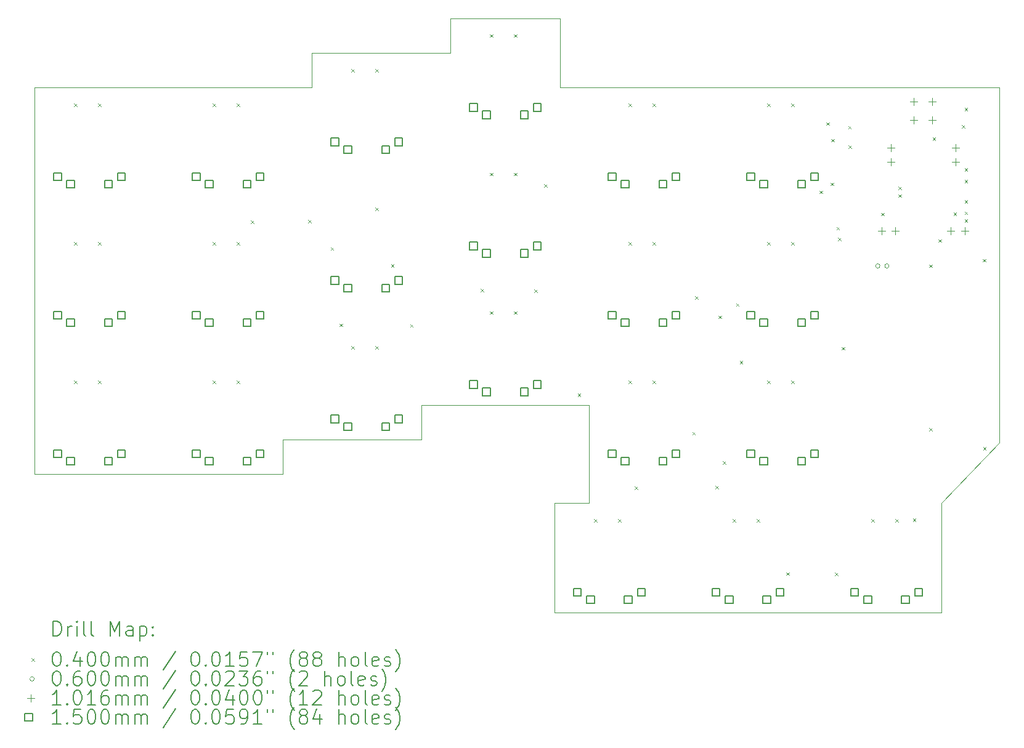
<source format=gbr>
%TF.GenerationSoftware,KiCad,Pcbnew,7.0.6*%
%TF.CreationDate,2023-09-12T11:18:15+08:00*%
%TF.ProjectId,kbv2,6b627632-2e6b-4696-9361-645f70636258,rev?*%
%TF.SameCoordinates,Original*%
%TF.FileFunction,Drillmap*%
%TF.FilePolarity,Positive*%
%FSLAX45Y45*%
G04 Gerber Fmt 4.5, Leading zero omitted, Abs format (unit mm)*
G04 Created by KiCad (PCBNEW 7.0.6) date 2023-09-12 11:18:15*
%MOMM*%
%LPD*%
G01*
G04 APERTURE LIST*
%ADD10C,0.100000*%
%ADD11C,0.200000*%
%ADD12C,0.040000*%
%ADD13C,0.060000*%
%ADD14C,0.101600*%
%ADD15C,0.150000*%
G04 APERTURE END LIST*
D10*
X12519375Y-10418438D02*
X12519375Y-10894688D01*
X7201250Y-6052812D02*
X10614375Y-6052812D01*
X14821250Y-6052812D02*
X20456875Y-6052812D01*
X12519375Y-5576563D02*
X12916250Y-5576563D01*
X10614375Y-10894688D02*
X10614375Y-11370937D01*
X12916250Y-5100313D02*
X14424375Y-5100313D01*
X14821250Y-10418438D02*
X14424375Y-10418438D01*
X20456875Y-10934375D02*
X19663125Y-11767812D01*
X19663125Y-11767812D02*
X19663125Y-13275937D01*
X14821250Y-11767812D02*
X14821250Y-10418438D01*
X12916250Y-10418438D02*
X12519375Y-10418438D01*
X9106250Y-11370937D02*
X7201250Y-11370937D01*
X12916250Y-5576563D02*
X12916250Y-5100313D01*
X7201250Y-11370937D02*
X7201250Y-6052812D01*
X20456875Y-6052812D02*
X20456875Y-10934375D01*
X11011250Y-5576563D02*
X12519375Y-5576563D01*
X14345000Y-13275937D02*
X14345000Y-11767812D01*
X14424375Y-10418438D02*
X12916250Y-10418438D01*
X10614375Y-6052812D02*
X11011250Y-6052812D01*
X14424375Y-5100313D02*
X14424375Y-6052812D01*
X11011250Y-10894688D02*
X10614375Y-10894688D01*
X14345000Y-11767812D02*
X14821250Y-11767812D01*
X10614375Y-11370937D02*
X9106250Y-11370937D01*
X14424375Y-6052812D02*
X14821250Y-6052812D01*
X19663125Y-13275937D02*
X14345000Y-13275937D01*
X12519375Y-10894688D02*
X11011250Y-10894688D01*
X11011250Y-6052812D02*
X11011250Y-5576563D01*
D11*
D12*
X7745312Y-6271875D02*
X7785312Y-6311875D01*
X7785312Y-6271875D02*
X7745312Y-6311875D01*
X7745312Y-8176875D02*
X7785312Y-8216875D01*
X7785312Y-8176875D02*
X7745312Y-8216875D01*
X7745312Y-10081875D02*
X7785312Y-10121875D01*
X7785312Y-10081875D02*
X7745312Y-10121875D01*
X8075312Y-6271875D02*
X8115312Y-6311875D01*
X8115312Y-6271875D02*
X8075312Y-6311875D01*
X8075312Y-8176875D02*
X8115312Y-8216875D01*
X8115312Y-8176875D02*
X8075312Y-8216875D01*
X8075312Y-10081875D02*
X8115312Y-10121875D01*
X8115312Y-10081875D02*
X8075312Y-10121875D01*
X9650313Y-6271875D02*
X9690313Y-6311875D01*
X9690313Y-6271875D02*
X9650313Y-6311875D01*
X9650313Y-8176875D02*
X9690313Y-8216875D01*
X9690313Y-8176875D02*
X9650313Y-8216875D01*
X9650313Y-10081875D02*
X9690313Y-10121875D01*
X9690313Y-10081875D02*
X9650313Y-10121875D01*
X9980313Y-6271875D02*
X10020313Y-6311875D01*
X10020313Y-6271875D02*
X9980313Y-6311875D01*
X9980313Y-8176875D02*
X10020313Y-8216875D01*
X10020313Y-8176875D02*
X9980313Y-8216875D01*
X9980313Y-10081875D02*
X10020313Y-10121875D01*
X10020313Y-10081875D02*
X9980313Y-10121875D01*
X10170000Y-7880000D02*
X10210000Y-7920000D01*
X10210000Y-7880000D02*
X10170000Y-7920000D01*
X10960000Y-7870000D02*
X11000000Y-7910000D01*
X11000000Y-7870000D02*
X10960000Y-7910000D01*
X11270000Y-8250000D02*
X11310000Y-8290000D01*
X11310000Y-8250000D02*
X11270000Y-8290000D01*
X11390000Y-9300000D02*
X11430000Y-9340000D01*
X11430000Y-9300000D02*
X11390000Y-9340000D01*
X11555312Y-5795625D02*
X11595312Y-5835625D01*
X11595312Y-5795625D02*
X11555312Y-5835625D01*
X11555312Y-9605625D02*
X11595312Y-9645625D01*
X11595312Y-9605625D02*
X11555312Y-9645625D01*
X11885312Y-5795625D02*
X11925312Y-5835625D01*
X11925312Y-5795625D02*
X11885312Y-5835625D01*
X11885312Y-7700625D02*
X11925312Y-7740625D01*
X11925312Y-7700625D02*
X11885312Y-7740625D01*
X11885312Y-9605625D02*
X11925312Y-9645625D01*
X11925312Y-9605625D02*
X11885312Y-9645625D01*
X12100000Y-8480000D02*
X12140000Y-8520000D01*
X12140000Y-8480000D02*
X12100000Y-8520000D01*
X12362500Y-9306563D02*
X12402500Y-9346563D01*
X12402500Y-9306563D02*
X12362500Y-9346563D01*
X13330000Y-8820000D02*
X13370000Y-8860000D01*
X13370000Y-8820000D02*
X13330000Y-8860000D01*
X13460312Y-5319375D02*
X13500312Y-5359375D01*
X13500312Y-5319375D02*
X13460312Y-5359375D01*
X13460312Y-7224375D02*
X13500312Y-7264375D01*
X13500312Y-7224375D02*
X13460312Y-7264375D01*
X13460312Y-9129375D02*
X13500312Y-9169375D01*
X13500312Y-9129375D02*
X13460312Y-9169375D01*
X13790312Y-5319375D02*
X13830312Y-5359375D01*
X13830312Y-5319375D02*
X13790312Y-5359375D01*
X13790312Y-7224375D02*
X13830312Y-7264375D01*
X13830312Y-7224375D02*
X13790312Y-7264375D01*
X13790312Y-9129375D02*
X13830312Y-9169375D01*
X13830312Y-9129375D02*
X13790312Y-9169375D01*
X14069062Y-8830313D02*
X14109062Y-8870313D01*
X14109062Y-8830313D02*
X14069062Y-8870313D01*
X14200000Y-7380000D02*
X14240000Y-7420000D01*
X14240000Y-7380000D02*
X14200000Y-7420000D01*
X14664375Y-10259063D02*
X14704375Y-10299063D01*
X14704375Y-10259063D02*
X14664375Y-10299063D01*
X14889062Y-11986875D02*
X14929062Y-12026875D01*
X14929062Y-11986875D02*
X14889062Y-12026875D01*
X15219062Y-11986875D02*
X15259062Y-12026875D01*
X15259062Y-11986875D02*
X15219062Y-12026875D01*
X15365312Y-6271875D02*
X15405312Y-6311875D01*
X15405312Y-6271875D02*
X15365312Y-6311875D01*
X15365312Y-8176875D02*
X15405312Y-8216875D01*
X15405312Y-8176875D02*
X15365312Y-8216875D01*
X15365312Y-10081875D02*
X15405312Y-10121875D01*
X15405312Y-10081875D02*
X15365312Y-10121875D01*
X15450000Y-11540000D02*
X15490000Y-11580000D01*
X15490000Y-11540000D02*
X15450000Y-11580000D01*
X15695312Y-6271875D02*
X15735312Y-6311875D01*
X15735312Y-6271875D02*
X15695312Y-6311875D01*
X15695312Y-8176875D02*
X15735312Y-8216875D01*
X15735312Y-8176875D02*
X15695312Y-8216875D01*
X15695312Y-10081875D02*
X15735312Y-10121875D01*
X15735312Y-10081875D02*
X15695312Y-10121875D01*
X16240000Y-10790000D02*
X16280000Y-10830000D01*
X16280000Y-10790000D02*
X16240000Y-10830000D01*
X16280000Y-8920000D02*
X16320000Y-8960000D01*
X16320000Y-8920000D02*
X16280000Y-8960000D01*
X16558125Y-11529062D02*
X16598125Y-11569062D01*
X16598125Y-11529062D02*
X16558125Y-11569062D01*
X16600000Y-9190000D02*
X16640000Y-9230000D01*
X16640000Y-9190000D02*
X16600000Y-9230000D01*
X16660000Y-11190000D02*
X16700000Y-11230000D01*
X16700000Y-11190000D02*
X16660000Y-11230000D01*
X16794063Y-11986875D02*
X16834063Y-12026875D01*
X16834063Y-11986875D02*
X16794063Y-12026875D01*
X16840000Y-9020000D02*
X16880000Y-9060000D01*
X16880000Y-9020000D02*
X16840000Y-9060000D01*
X16890000Y-9810000D02*
X16930000Y-9850000D01*
X16930000Y-9810000D02*
X16890000Y-9850000D01*
X17124063Y-11986875D02*
X17164063Y-12026875D01*
X17164063Y-11986875D02*
X17124063Y-12026875D01*
X17270313Y-6271875D02*
X17310313Y-6311875D01*
X17310313Y-6271875D02*
X17270313Y-6311875D01*
X17270313Y-8176875D02*
X17310313Y-8216875D01*
X17310313Y-8176875D02*
X17270313Y-8216875D01*
X17270313Y-10081875D02*
X17310313Y-10121875D01*
X17310313Y-10081875D02*
X17270313Y-10121875D01*
X17530000Y-12720000D02*
X17570000Y-12760000D01*
X17570000Y-12720000D02*
X17530000Y-12760000D01*
X17600313Y-6271875D02*
X17640313Y-6311875D01*
X17640313Y-6271875D02*
X17600313Y-6311875D01*
X17600313Y-8176875D02*
X17640313Y-8216875D01*
X17640313Y-8176875D02*
X17600313Y-8216875D01*
X17600313Y-10081875D02*
X17640313Y-10121875D01*
X17640313Y-10081875D02*
X17600313Y-10121875D01*
X17990000Y-7470000D02*
X18030000Y-7510000D01*
X18030000Y-7470000D02*
X17990000Y-7510000D01*
X18080000Y-6530000D02*
X18120000Y-6570000D01*
X18120000Y-6530000D02*
X18080000Y-6570000D01*
X18142450Y-7360000D02*
X18182450Y-7400000D01*
X18182450Y-7360000D02*
X18142450Y-7400000D01*
X18150000Y-6760000D02*
X18190000Y-6800000D01*
X18190000Y-6760000D02*
X18150000Y-6800000D01*
X18198594Y-12721406D02*
X18238594Y-12761406D01*
X18238594Y-12721406D02*
X18198594Y-12761406D01*
X18220000Y-7970000D02*
X18260000Y-8010000D01*
X18260000Y-7970000D02*
X18220000Y-8010000D01*
X18240000Y-8120000D02*
X18280000Y-8160000D01*
X18280000Y-8120000D02*
X18240000Y-8160000D01*
X18290000Y-9620000D02*
X18330000Y-9660000D01*
X18330000Y-9620000D02*
X18290000Y-9660000D01*
X18380000Y-6580000D02*
X18420000Y-6620000D01*
X18420000Y-6580000D02*
X18380000Y-6620000D01*
X18387043Y-6850373D02*
X18427043Y-6890373D01*
X18427043Y-6850373D02*
X18387043Y-6890373D01*
X18699063Y-11986875D02*
X18739063Y-12026875D01*
X18739063Y-11986875D02*
X18699063Y-12026875D01*
X18831563Y-7775175D02*
X18871563Y-7815175D01*
X18871563Y-7775175D02*
X18831563Y-7815175D01*
X19029063Y-11986875D02*
X19069063Y-12026875D01*
X19069063Y-11986875D02*
X19029063Y-12026875D01*
X19069688Y-7412075D02*
X19109688Y-7452075D01*
X19109688Y-7412075D02*
X19069688Y-7452075D01*
X19069688Y-7520625D02*
X19109688Y-7560625D01*
X19109688Y-7520625D02*
X19069688Y-7560625D01*
X19270000Y-11980000D02*
X19310000Y-12020000D01*
X19310000Y-11980000D02*
X19270000Y-12020000D01*
X19492813Y-8485625D02*
X19532813Y-8525625D01*
X19532813Y-8485625D02*
X19492813Y-8525625D01*
X19492813Y-10735625D02*
X19532813Y-10775625D01*
X19532813Y-10735625D02*
X19492813Y-10775625D01*
X19540000Y-6740000D02*
X19580000Y-6780000D01*
X19580000Y-6740000D02*
X19540000Y-6780000D01*
X19620000Y-8140000D02*
X19660000Y-8180000D01*
X19660000Y-8140000D02*
X19620000Y-8180000D01*
X19830000Y-7770000D02*
X19870000Y-7810000D01*
X19870000Y-7770000D02*
X19830000Y-7810000D01*
X19942813Y-6568125D02*
X19982813Y-6608125D01*
X19982813Y-6568125D02*
X19942813Y-6608125D01*
X19982500Y-6330000D02*
X20022500Y-6370000D01*
X20022500Y-6330000D02*
X19982500Y-6370000D01*
X19982500Y-7163437D02*
X20022500Y-7203437D01*
X20022500Y-7163437D02*
X19982500Y-7203437D01*
X19982500Y-7322187D02*
X20022500Y-7362187D01*
X20022500Y-7322187D02*
X19982500Y-7362187D01*
X19982500Y-7600000D02*
X20022500Y-7640000D01*
X20022500Y-7600000D02*
X19982500Y-7640000D01*
X19982500Y-7758750D02*
X20022500Y-7798750D01*
X20022500Y-7758750D02*
X19982500Y-7798750D01*
X19982500Y-7861210D02*
X20022500Y-7901210D01*
X20022500Y-7861210D02*
X19982500Y-7901210D01*
X20230000Y-8410000D02*
X20270000Y-8450000D01*
X20270000Y-8410000D02*
X20230000Y-8450000D01*
X20236230Y-10996230D02*
X20276230Y-11036230D01*
X20276230Y-10996230D02*
X20236230Y-11036230D01*
D13*
X18817813Y-8505625D02*
G75*
G03*
X18817813Y-8505625I-30000J0D01*
G01*
X18942813Y-8505625D02*
G75*
G03*
X18942813Y-8505625I-30000J0D01*
G01*
D14*
X18841313Y-7975625D02*
X18841313Y-8077225D01*
X18790513Y-8026425D02*
X18892113Y-8026425D01*
X18968313Y-6832625D02*
X18968313Y-6934225D01*
X18917513Y-6883425D02*
X19019113Y-6883425D01*
X18968313Y-7023125D02*
X18968313Y-7124725D01*
X18917513Y-7073925D02*
X19019113Y-7073925D01*
X19031813Y-7975625D02*
X19031813Y-8077225D01*
X18981013Y-8026425D02*
X19082613Y-8026425D01*
X19285813Y-6197625D02*
X19285813Y-6299225D01*
X19235013Y-6248425D02*
X19336613Y-6248425D01*
X19285813Y-6451625D02*
X19285813Y-6553225D01*
X19235013Y-6502425D02*
X19336613Y-6502425D01*
X19539813Y-6197625D02*
X19539813Y-6299225D01*
X19489013Y-6248425D02*
X19590613Y-6248425D01*
X19539813Y-6451625D02*
X19539813Y-6553225D01*
X19489013Y-6502425D02*
X19590613Y-6502425D01*
X19793813Y-7975625D02*
X19793813Y-8077225D01*
X19743013Y-8026425D02*
X19844613Y-8026425D01*
X19857313Y-6832625D02*
X19857313Y-6934225D01*
X19806513Y-6883425D02*
X19908113Y-6883425D01*
X19857313Y-7023125D02*
X19857313Y-7124725D01*
X19806513Y-7073925D02*
X19908113Y-7073925D01*
X19984313Y-7975625D02*
X19984313Y-8077225D01*
X19933513Y-8026425D02*
X20035113Y-8026425D01*
D15*
X7568346Y-7329908D02*
X7568346Y-7223841D01*
X7462279Y-7223841D01*
X7462279Y-7329908D01*
X7568346Y-7329908D01*
X7568346Y-9234909D02*
X7568346Y-9128842D01*
X7462279Y-9128842D01*
X7462279Y-9234909D01*
X7568346Y-9234909D01*
X7568346Y-11139909D02*
X7568346Y-11033842D01*
X7462279Y-11033842D01*
X7462279Y-11139909D01*
X7568346Y-11139909D01*
X7748346Y-7434908D02*
X7748346Y-7328841D01*
X7642279Y-7328841D01*
X7642279Y-7434908D01*
X7748346Y-7434908D01*
X7748346Y-9339909D02*
X7748346Y-9233842D01*
X7642279Y-9233842D01*
X7642279Y-9339909D01*
X7748346Y-9339909D01*
X7748346Y-11244908D02*
X7748346Y-11138842D01*
X7642279Y-11138842D01*
X7642279Y-11244908D01*
X7748346Y-11244908D01*
X8268346Y-7434908D02*
X8268346Y-7328841D01*
X8162279Y-7328841D01*
X8162279Y-7434908D01*
X8268346Y-7434908D01*
X8268346Y-9339909D02*
X8268346Y-9233842D01*
X8162279Y-9233842D01*
X8162279Y-9339909D01*
X8268346Y-9339909D01*
X8268346Y-11244908D02*
X8268346Y-11138842D01*
X8162279Y-11138842D01*
X8162279Y-11244908D01*
X8268346Y-11244908D01*
X8448346Y-7329908D02*
X8448346Y-7223841D01*
X8342279Y-7223841D01*
X8342279Y-7329908D01*
X8448346Y-7329908D01*
X8448346Y-9234909D02*
X8448346Y-9128842D01*
X8342279Y-9128842D01*
X8342279Y-9234909D01*
X8448346Y-9234909D01*
X8448346Y-11139909D02*
X8448346Y-11033842D01*
X8342279Y-11033842D01*
X8342279Y-11139909D01*
X8448346Y-11139909D01*
X9473346Y-7329908D02*
X9473346Y-7223841D01*
X9367279Y-7223841D01*
X9367279Y-7329908D01*
X9473346Y-7329908D01*
X9473346Y-9234909D02*
X9473346Y-9128842D01*
X9367279Y-9128842D01*
X9367279Y-9234909D01*
X9473346Y-9234909D01*
X9473346Y-11139909D02*
X9473346Y-11033842D01*
X9367279Y-11033842D01*
X9367279Y-11139909D01*
X9473346Y-11139909D01*
X9653346Y-7434908D02*
X9653346Y-7328841D01*
X9547279Y-7328841D01*
X9547279Y-7434908D01*
X9653346Y-7434908D01*
X9653346Y-9339909D02*
X9653346Y-9233842D01*
X9547279Y-9233842D01*
X9547279Y-9339909D01*
X9653346Y-9339909D01*
X9653346Y-11244908D02*
X9653346Y-11138842D01*
X9547279Y-11138842D01*
X9547279Y-11244908D01*
X9653346Y-11244908D01*
X10173346Y-7434908D02*
X10173346Y-7328841D01*
X10067279Y-7328841D01*
X10067279Y-7434908D01*
X10173346Y-7434908D01*
X10173346Y-9339909D02*
X10173346Y-9233842D01*
X10067279Y-9233842D01*
X10067279Y-9339909D01*
X10173346Y-9339909D01*
X10173346Y-11244908D02*
X10173346Y-11138842D01*
X10067279Y-11138842D01*
X10067279Y-11244908D01*
X10173346Y-11244908D01*
X10353346Y-7329908D02*
X10353346Y-7223841D01*
X10247279Y-7223841D01*
X10247279Y-7329908D01*
X10353346Y-7329908D01*
X10353346Y-9234909D02*
X10353346Y-9128842D01*
X10247279Y-9128842D01*
X10247279Y-9234909D01*
X10353346Y-9234909D01*
X10353346Y-11139909D02*
X10353346Y-11033842D01*
X10247279Y-11033842D01*
X10247279Y-11139909D01*
X10353346Y-11139909D01*
X11378346Y-6853658D02*
X11378346Y-6747591D01*
X11272279Y-6747591D01*
X11272279Y-6853658D01*
X11378346Y-6853658D01*
X11378346Y-8758659D02*
X11378346Y-8652592D01*
X11272279Y-8652592D01*
X11272279Y-8758659D01*
X11378346Y-8758659D01*
X11378346Y-10663659D02*
X11378346Y-10557592D01*
X11272279Y-10557592D01*
X11272279Y-10663659D01*
X11378346Y-10663659D01*
X11558346Y-6958658D02*
X11558346Y-6852591D01*
X11452279Y-6852591D01*
X11452279Y-6958658D01*
X11558346Y-6958658D01*
X11558346Y-8863659D02*
X11558346Y-8757592D01*
X11452279Y-8757592D01*
X11452279Y-8863659D01*
X11558346Y-8863659D01*
X11558346Y-10768659D02*
X11558346Y-10662592D01*
X11452279Y-10662592D01*
X11452279Y-10768659D01*
X11558346Y-10768659D01*
X12078346Y-6958658D02*
X12078346Y-6852591D01*
X11972279Y-6852591D01*
X11972279Y-6958658D01*
X12078346Y-6958658D01*
X12078346Y-8863659D02*
X12078346Y-8757592D01*
X11972279Y-8757592D01*
X11972279Y-8863659D01*
X12078346Y-8863659D01*
X12078346Y-10768659D02*
X12078346Y-10662592D01*
X11972279Y-10662592D01*
X11972279Y-10768659D01*
X12078346Y-10768659D01*
X12258346Y-6853658D02*
X12258346Y-6747591D01*
X12152279Y-6747591D01*
X12152279Y-6853658D01*
X12258346Y-6853658D01*
X12258346Y-8758659D02*
X12258346Y-8652592D01*
X12152279Y-8652592D01*
X12152279Y-8758659D01*
X12258346Y-8758659D01*
X12258346Y-10663659D02*
X12258346Y-10557592D01*
X12152279Y-10557592D01*
X12152279Y-10663659D01*
X12258346Y-10663659D01*
X13283346Y-6377408D02*
X13283346Y-6271341D01*
X13177279Y-6271341D01*
X13177279Y-6377408D01*
X13283346Y-6377408D01*
X13283346Y-8282408D02*
X13283346Y-8176341D01*
X13177279Y-8176341D01*
X13177279Y-8282408D01*
X13283346Y-8282408D01*
X13283346Y-10187409D02*
X13283346Y-10081342D01*
X13177279Y-10081342D01*
X13177279Y-10187409D01*
X13283346Y-10187409D01*
X13463346Y-6482408D02*
X13463346Y-6376341D01*
X13357279Y-6376341D01*
X13357279Y-6482408D01*
X13463346Y-6482408D01*
X13463346Y-8387408D02*
X13463346Y-8281341D01*
X13357279Y-8281341D01*
X13357279Y-8387408D01*
X13463346Y-8387408D01*
X13463346Y-10292409D02*
X13463346Y-10186342D01*
X13357279Y-10186342D01*
X13357279Y-10292409D01*
X13463346Y-10292409D01*
X13983346Y-6482408D02*
X13983346Y-6376341D01*
X13877279Y-6376341D01*
X13877279Y-6482408D01*
X13983346Y-6482408D01*
X13983346Y-8387408D02*
X13983346Y-8281341D01*
X13877279Y-8281341D01*
X13877279Y-8387408D01*
X13983346Y-8387408D01*
X13983346Y-10292409D02*
X13983346Y-10186342D01*
X13877279Y-10186342D01*
X13877279Y-10292409D01*
X13983346Y-10292409D01*
X14163346Y-6377408D02*
X14163346Y-6271341D01*
X14057279Y-6271341D01*
X14057279Y-6377408D01*
X14163346Y-6377408D01*
X14163346Y-8282408D02*
X14163346Y-8176341D01*
X14057279Y-8176341D01*
X14057279Y-8282408D01*
X14163346Y-8282408D01*
X14163346Y-10187409D02*
X14163346Y-10081342D01*
X14057279Y-10081342D01*
X14057279Y-10187409D01*
X14163346Y-10187409D01*
X14712096Y-13044908D02*
X14712096Y-12938841D01*
X14606029Y-12938841D01*
X14606029Y-13044908D01*
X14712096Y-13044908D01*
X14892096Y-13149908D02*
X14892096Y-13043841D01*
X14786029Y-13043841D01*
X14786029Y-13149908D01*
X14892096Y-13149908D01*
X15188346Y-7329908D02*
X15188346Y-7223841D01*
X15082279Y-7223841D01*
X15082279Y-7329908D01*
X15188346Y-7329908D01*
X15188346Y-9234909D02*
X15188346Y-9128842D01*
X15082279Y-9128842D01*
X15082279Y-9234909D01*
X15188346Y-9234909D01*
X15188346Y-11139909D02*
X15188346Y-11033842D01*
X15082279Y-11033842D01*
X15082279Y-11139909D01*
X15188346Y-11139909D01*
X15368346Y-7434908D02*
X15368346Y-7328841D01*
X15262279Y-7328841D01*
X15262279Y-7434908D01*
X15368346Y-7434908D01*
X15368346Y-9339909D02*
X15368346Y-9233842D01*
X15262279Y-9233842D01*
X15262279Y-9339909D01*
X15368346Y-9339909D01*
X15368346Y-11244908D02*
X15368346Y-11138842D01*
X15262279Y-11138842D01*
X15262279Y-11244908D01*
X15368346Y-11244908D01*
X15412096Y-13149908D02*
X15412096Y-13043841D01*
X15306029Y-13043841D01*
X15306029Y-13149908D01*
X15412096Y-13149908D01*
X15592096Y-13044908D02*
X15592096Y-12938841D01*
X15486029Y-12938841D01*
X15486029Y-13044908D01*
X15592096Y-13044908D01*
X15888346Y-7434908D02*
X15888346Y-7328841D01*
X15782279Y-7328841D01*
X15782279Y-7434908D01*
X15888346Y-7434908D01*
X15888346Y-9339909D02*
X15888346Y-9233842D01*
X15782279Y-9233842D01*
X15782279Y-9339909D01*
X15888346Y-9339909D01*
X15888346Y-11244908D02*
X15888346Y-11138842D01*
X15782279Y-11138842D01*
X15782279Y-11244908D01*
X15888346Y-11244908D01*
X16068346Y-7329908D02*
X16068346Y-7223841D01*
X15962279Y-7223841D01*
X15962279Y-7329908D01*
X16068346Y-7329908D01*
X16068346Y-9234909D02*
X16068346Y-9128842D01*
X15962279Y-9128842D01*
X15962279Y-9234909D01*
X16068346Y-9234909D01*
X16068346Y-11139909D02*
X16068346Y-11033842D01*
X15962279Y-11033842D01*
X15962279Y-11139909D01*
X16068346Y-11139909D01*
X16617096Y-13044908D02*
X16617096Y-12938841D01*
X16511029Y-12938841D01*
X16511029Y-13044908D01*
X16617096Y-13044908D01*
X16797096Y-13149908D02*
X16797096Y-13043841D01*
X16691029Y-13043841D01*
X16691029Y-13149908D01*
X16797096Y-13149908D01*
X17093346Y-7329908D02*
X17093346Y-7223841D01*
X16987279Y-7223841D01*
X16987279Y-7329908D01*
X17093346Y-7329908D01*
X17093346Y-9234909D02*
X17093346Y-9128842D01*
X16987279Y-9128842D01*
X16987279Y-9234909D01*
X17093346Y-9234909D01*
X17093346Y-11139909D02*
X17093346Y-11033842D01*
X16987279Y-11033842D01*
X16987279Y-11139909D01*
X17093346Y-11139909D01*
X17273346Y-7434908D02*
X17273346Y-7328841D01*
X17167279Y-7328841D01*
X17167279Y-7434908D01*
X17273346Y-7434908D01*
X17273346Y-9339909D02*
X17273346Y-9233842D01*
X17167279Y-9233842D01*
X17167279Y-9339909D01*
X17273346Y-9339909D01*
X17273346Y-11244908D02*
X17273346Y-11138842D01*
X17167279Y-11138842D01*
X17167279Y-11244908D01*
X17273346Y-11244908D01*
X17317096Y-13149908D02*
X17317096Y-13043841D01*
X17211029Y-13043841D01*
X17211029Y-13149908D01*
X17317096Y-13149908D01*
X17497096Y-13044908D02*
X17497096Y-12938841D01*
X17391029Y-12938841D01*
X17391029Y-13044908D01*
X17497096Y-13044908D01*
X17793346Y-7434908D02*
X17793346Y-7328841D01*
X17687279Y-7328841D01*
X17687279Y-7434908D01*
X17793346Y-7434908D01*
X17793346Y-9339909D02*
X17793346Y-9233842D01*
X17687279Y-9233842D01*
X17687279Y-9339909D01*
X17793346Y-9339909D01*
X17793346Y-11244908D02*
X17793346Y-11138842D01*
X17687279Y-11138842D01*
X17687279Y-11244908D01*
X17793346Y-11244908D01*
X17973346Y-7329908D02*
X17973346Y-7223841D01*
X17867279Y-7223841D01*
X17867279Y-7329908D01*
X17973346Y-7329908D01*
X17973346Y-9234909D02*
X17973346Y-9128842D01*
X17867279Y-9128842D01*
X17867279Y-9234909D01*
X17973346Y-9234909D01*
X17973346Y-11139909D02*
X17973346Y-11033842D01*
X17867279Y-11033842D01*
X17867279Y-11139909D01*
X17973346Y-11139909D01*
X18522096Y-13044908D02*
X18522096Y-12938841D01*
X18416029Y-12938841D01*
X18416029Y-13044908D01*
X18522096Y-13044908D01*
X18702096Y-13149908D02*
X18702096Y-13043841D01*
X18596029Y-13043841D01*
X18596029Y-13149908D01*
X18702096Y-13149908D01*
X19222096Y-13149908D02*
X19222096Y-13043841D01*
X19116029Y-13043841D01*
X19116029Y-13149908D01*
X19222096Y-13149908D01*
X19402096Y-13044908D02*
X19402096Y-12938841D01*
X19296029Y-12938841D01*
X19296029Y-13044908D01*
X19402096Y-13044908D01*
D11*
X7457027Y-13592421D02*
X7457027Y-13392421D01*
X7457027Y-13392421D02*
X7504646Y-13392421D01*
X7504646Y-13392421D02*
X7533217Y-13401945D01*
X7533217Y-13401945D02*
X7552265Y-13420993D01*
X7552265Y-13420993D02*
X7561789Y-13440040D01*
X7561789Y-13440040D02*
X7571312Y-13478135D01*
X7571312Y-13478135D02*
X7571312Y-13506707D01*
X7571312Y-13506707D02*
X7561789Y-13544802D01*
X7561789Y-13544802D02*
X7552265Y-13563850D01*
X7552265Y-13563850D02*
X7533217Y-13582897D01*
X7533217Y-13582897D02*
X7504646Y-13592421D01*
X7504646Y-13592421D02*
X7457027Y-13592421D01*
X7657027Y-13592421D02*
X7657027Y-13459088D01*
X7657027Y-13497183D02*
X7666551Y-13478135D01*
X7666551Y-13478135D02*
X7676074Y-13468612D01*
X7676074Y-13468612D02*
X7695122Y-13459088D01*
X7695122Y-13459088D02*
X7714170Y-13459088D01*
X7780836Y-13592421D02*
X7780836Y-13459088D01*
X7780836Y-13392421D02*
X7771312Y-13401945D01*
X7771312Y-13401945D02*
X7780836Y-13411469D01*
X7780836Y-13411469D02*
X7790360Y-13401945D01*
X7790360Y-13401945D02*
X7780836Y-13392421D01*
X7780836Y-13392421D02*
X7780836Y-13411469D01*
X7904646Y-13592421D02*
X7885598Y-13582897D01*
X7885598Y-13582897D02*
X7876074Y-13563850D01*
X7876074Y-13563850D02*
X7876074Y-13392421D01*
X8009408Y-13592421D02*
X7990360Y-13582897D01*
X7990360Y-13582897D02*
X7980836Y-13563850D01*
X7980836Y-13563850D02*
X7980836Y-13392421D01*
X8237979Y-13592421D02*
X8237979Y-13392421D01*
X8237979Y-13392421D02*
X8304646Y-13535278D01*
X8304646Y-13535278D02*
X8371312Y-13392421D01*
X8371312Y-13392421D02*
X8371312Y-13592421D01*
X8552265Y-13592421D02*
X8552265Y-13487659D01*
X8552265Y-13487659D02*
X8542741Y-13468612D01*
X8542741Y-13468612D02*
X8523694Y-13459088D01*
X8523694Y-13459088D02*
X8485598Y-13459088D01*
X8485598Y-13459088D02*
X8466551Y-13468612D01*
X8552265Y-13582897D02*
X8533217Y-13592421D01*
X8533217Y-13592421D02*
X8485598Y-13592421D01*
X8485598Y-13592421D02*
X8466551Y-13582897D01*
X8466551Y-13582897D02*
X8457027Y-13563850D01*
X8457027Y-13563850D02*
X8457027Y-13544802D01*
X8457027Y-13544802D02*
X8466551Y-13525755D01*
X8466551Y-13525755D02*
X8485598Y-13516231D01*
X8485598Y-13516231D02*
X8533217Y-13516231D01*
X8533217Y-13516231D02*
X8552265Y-13506707D01*
X8647503Y-13459088D02*
X8647503Y-13659088D01*
X8647503Y-13468612D02*
X8666551Y-13459088D01*
X8666551Y-13459088D02*
X8704646Y-13459088D01*
X8704646Y-13459088D02*
X8723694Y-13468612D01*
X8723694Y-13468612D02*
X8733217Y-13478135D01*
X8733217Y-13478135D02*
X8742741Y-13497183D01*
X8742741Y-13497183D02*
X8742741Y-13554326D01*
X8742741Y-13554326D02*
X8733217Y-13573374D01*
X8733217Y-13573374D02*
X8723694Y-13582897D01*
X8723694Y-13582897D02*
X8704646Y-13592421D01*
X8704646Y-13592421D02*
X8666551Y-13592421D01*
X8666551Y-13592421D02*
X8647503Y-13582897D01*
X8828455Y-13573374D02*
X8837979Y-13582897D01*
X8837979Y-13582897D02*
X8828455Y-13592421D01*
X8828455Y-13592421D02*
X8818932Y-13582897D01*
X8818932Y-13582897D02*
X8828455Y-13573374D01*
X8828455Y-13573374D02*
X8828455Y-13592421D01*
X8828455Y-13468612D02*
X8837979Y-13478135D01*
X8837979Y-13478135D02*
X8828455Y-13487659D01*
X8828455Y-13487659D02*
X8818932Y-13478135D01*
X8818932Y-13478135D02*
X8828455Y-13468612D01*
X8828455Y-13468612D02*
X8828455Y-13487659D01*
D12*
X7156250Y-13900937D02*
X7196250Y-13940937D01*
X7196250Y-13900937D02*
X7156250Y-13940937D01*
D11*
X7495122Y-13812421D02*
X7514170Y-13812421D01*
X7514170Y-13812421D02*
X7533217Y-13821945D01*
X7533217Y-13821945D02*
X7542741Y-13831469D01*
X7542741Y-13831469D02*
X7552265Y-13850516D01*
X7552265Y-13850516D02*
X7561789Y-13888612D01*
X7561789Y-13888612D02*
X7561789Y-13936231D01*
X7561789Y-13936231D02*
X7552265Y-13974326D01*
X7552265Y-13974326D02*
X7542741Y-13993374D01*
X7542741Y-13993374D02*
X7533217Y-14002897D01*
X7533217Y-14002897D02*
X7514170Y-14012421D01*
X7514170Y-14012421D02*
X7495122Y-14012421D01*
X7495122Y-14012421D02*
X7476074Y-14002897D01*
X7476074Y-14002897D02*
X7466551Y-13993374D01*
X7466551Y-13993374D02*
X7457027Y-13974326D01*
X7457027Y-13974326D02*
X7447503Y-13936231D01*
X7447503Y-13936231D02*
X7447503Y-13888612D01*
X7447503Y-13888612D02*
X7457027Y-13850516D01*
X7457027Y-13850516D02*
X7466551Y-13831469D01*
X7466551Y-13831469D02*
X7476074Y-13821945D01*
X7476074Y-13821945D02*
X7495122Y-13812421D01*
X7647503Y-13993374D02*
X7657027Y-14002897D01*
X7657027Y-14002897D02*
X7647503Y-14012421D01*
X7647503Y-14012421D02*
X7637979Y-14002897D01*
X7637979Y-14002897D02*
X7647503Y-13993374D01*
X7647503Y-13993374D02*
X7647503Y-14012421D01*
X7828455Y-13879088D02*
X7828455Y-14012421D01*
X7780836Y-13802897D02*
X7733217Y-13945755D01*
X7733217Y-13945755D02*
X7857027Y-13945755D01*
X7971312Y-13812421D02*
X7990360Y-13812421D01*
X7990360Y-13812421D02*
X8009408Y-13821945D01*
X8009408Y-13821945D02*
X8018932Y-13831469D01*
X8018932Y-13831469D02*
X8028455Y-13850516D01*
X8028455Y-13850516D02*
X8037979Y-13888612D01*
X8037979Y-13888612D02*
X8037979Y-13936231D01*
X8037979Y-13936231D02*
X8028455Y-13974326D01*
X8028455Y-13974326D02*
X8018932Y-13993374D01*
X8018932Y-13993374D02*
X8009408Y-14002897D01*
X8009408Y-14002897D02*
X7990360Y-14012421D01*
X7990360Y-14012421D02*
X7971312Y-14012421D01*
X7971312Y-14012421D02*
X7952265Y-14002897D01*
X7952265Y-14002897D02*
X7942741Y-13993374D01*
X7942741Y-13993374D02*
X7933217Y-13974326D01*
X7933217Y-13974326D02*
X7923693Y-13936231D01*
X7923693Y-13936231D02*
X7923693Y-13888612D01*
X7923693Y-13888612D02*
X7933217Y-13850516D01*
X7933217Y-13850516D02*
X7942741Y-13831469D01*
X7942741Y-13831469D02*
X7952265Y-13821945D01*
X7952265Y-13821945D02*
X7971312Y-13812421D01*
X8161789Y-13812421D02*
X8180836Y-13812421D01*
X8180836Y-13812421D02*
X8199884Y-13821945D01*
X8199884Y-13821945D02*
X8209408Y-13831469D01*
X8209408Y-13831469D02*
X8218932Y-13850516D01*
X8218932Y-13850516D02*
X8228455Y-13888612D01*
X8228455Y-13888612D02*
X8228455Y-13936231D01*
X8228455Y-13936231D02*
X8218932Y-13974326D01*
X8218932Y-13974326D02*
X8209408Y-13993374D01*
X8209408Y-13993374D02*
X8199884Y-14002897D01*
X8199884Y-14002897D02*
X8180836Y-14012421D01*
X8180836Y-14012421D02*
X8161789Y-14012421D01*
X8161789Y-14012421D02*
X8142741Y-14002897D01*
X8142741Y-14002897D02*
X8133217Y-13993374D01*
X8133217Y-13993374D02*
X8123693Y-13974326D01*
X8123693Y-13974326D02*
X8114170Y-13936231D01*
X8114170Y-13936231D02*
X8114170Y-13888612D01*
X8114170Y-13888612D02*
X8123693Y-13850516D01*
X8123693Y-13850516D02*
X8133217Y-13831469D01*
X8133217Y-13831469D02*
X8142741Y-13821945D01*
X8142741Y-13821945D02*
X8161789Y-13812421D01*
X8314170Y-14012421D02*
X8314170Y-13879088D01*
X8314170Y-13898135D02*
X8323693Y-13888612D01*
X8323693Y-13888612D02*
X8342741Y-13879088D01*
X8342741Y-13879088D02*
X8371313Y-13879088D01*
X8371313Y-13879088D02*
X8390360Y-13888612D01*
X8390360Y-13888612D02*
X8399884Y-13907659D01*
X8399884Y-13907659D02*
X8399884Y-14012421D01*
X8399884Y-13907659D02*
X8409408Y-13888612D01*
X8409408Y-13888612D02*
X8428455Y-13879088D01*
X8428455Y-13879088D02*
X8457027Y-13879088D01*
X8457027Y-13879088D02*
X8476075Y-13888612D01*
X8476075Y-13888612D02*
X8485598Y-13907659D01*
X8485598Y-13907659D02*
X8485598Y-14012421D01*
X8580836Y-14012421D02*
X8580836Y-13879088D01*
X8580836Y-13898135D02*
X8590360Y-13888612D01*
X8590360Y-13888612D02*
X8609408Y-13879088D01*
X8609408Y-13879088D02*
X8637979Y-13879088D01*
X8637979Y-13879088D02*
X8657027Y-13888612D01*
X8657027Y-13888612D02*
X8666551Y-13907659D01*
X8666551Y-13907659D02*
X8666551Y-14012421D01*
X8666551Y-13907659D02*
X8676075Y-13888612D01*
X8676075Y-13888612D02*
X8695122Y-13879088D01*
X8695122Y-13879088D02*
X8723694Y-13879088D01*
X8723694Y-13879088D02*
X8742741Y-13888612D01*
X8742741Y-13888612D02*
X8752265Y-13907659D01*
X8752265Y-13907659D02*
X8752265Y-14012421D01*
X9142741Y-13802897D02*
X8971313Y-14060040D01*
X9399884Y-13812421D02*
X9418932Y-13812421D01*
X9418932Y-13812421D02*
X9437979Y-13821945D01*
X9437979Y-13821945D02*
X9447503Y-13831469D01*
X9447503Y-13831469D02*
X9457027Y-13850516D01*
X9457027Y-13850516D02*
X9466551Y-13888612D01*
X9466551Y-13888612D02*
X9466551Y-13936231D01*
X9466551Y-13936231D02*
X9457027Y-13974326D01*
X9457027Y-13974326D02*
X9447503Y-13993374D01*
X9447503Y-13993374D02*
X9437979Y-14002897D01*
X9437979Y-14002897D02*
X9418932Y-14012421D01*
X9418932Y-14012421D02*
X9399884Y-14012421D01*
X9399884Y-14012421D02*
X9380837Y-14002897D01*
X9380837Y-14002897D02*
X9371313Y-13993374D01*
X9371313Y-13993374D02*
X9361789Y-13974326D01*
X9361789Y-13974326D02*
X9352265Y-13936231D01*
X9352265Y-13936231D02*
X9352265Y-13888612D01*
X9352265Y-13888612D02*
X9361789Y-13850516D01*
X9361789Y-13850516D02*
X9371313Y-13831469D01*
X9371313Y-13831469D02*
X9380837Y-13821945D01*
X9380837Y-13821945D02*
X9399884Y-13812421D01*
X9552265Y-13993374D02*
X9561789Y-14002897D01*
X9561789Y-14002897D02*
X9552265Y-14012421D01*
X9552265Y-14012421D02*
X9542741Y-14002897D01*
X9542741Y-14002897D02*
X9552265Y-13993374D01*
X9552265Y-13993374D02*
X9552265Y-14012421D01*
X9685598Y-13812421D02*
X9704646Y-13812421D01*
X9704646Y-13812421D02*
X9723694Y-13821945D01*
X9723694Y-13821945D02*
X9733218Y-13831469D01*
X9733218Y-13831469D02*
X9742741Y-13850516D01*
X9742741Y-13850516D02*
X9752265Y-13888612D01*
X9752265Y-13888612D02*
X9752265Y-13936231D01*
X9752265Y-13936231D02*
X9742741Y-13974326D01*
X9742741Y-13974326D02*
X9733218Y-13993374D01*
X9733218Y-13993374D02*
X9723694Y-14002897D01*
X9723694Y-14002897D02*
X9704646Y-14012421D01*
X9704646Y-14012421D02*
X9685598Y-14012421D01*
X9685598Y-14012421D02*
X9666551Y-14002897D01*
X9666551Y-14002897D02*
X9657027Y-13993374D01*
X9657027Y-13993374D02*
X9647503Y-13974326D01*
X9647503Y-13974326D02*
X9637979Y-13936231D01*
X9637979Y-13936231D02*
X9637979Y-13888612D01*
X9637979Y-13888612D02*
X9647503Y-13850516D01*
X9647503Y-13850516D02*
X9657027Y-13831469D01*
X9657027Y-13831469D02*
X9666551Y-13821945D01*
X9666551Y-13821945D02*
X9685598Y-13812421D01*
X9942741Y-14012421D02*
X9828456Y-14012421D01*
X9885598Y-14012421D02*
X9885598Y-13812421D01*
X9885598Y-13812421D02*
X9866551Y-13840993D01*
X9866551Y-13840993D02*
X9847503Y-13860040D01*
X9847503Y-13860040D02*
X9828456Y-13869564D01*
X10123694Y-13812421D02*
X10028456Y-13812421D01*
X10028456Y-13812421D02*
X10018932Y-13907659D01*
X10018932Y-13907659D02*
X10028456Y-13898135D01*
X10028456Y-13898135D02*
X10047503Y-13888612D01*
X10047503Y-13888612D02*
X10095122Y-13888612D01*
X10095122Y-13888612D02*
X10114170Y-13898135D01*
X10114170Y-13898135D02*
X10123694Y-13907659D01*
X10123694Y-13907659D02*
X10133218Y-13926707D01*
X10133218Y-13926707D02*
X10133218Y-13974326D01*
X10133218Y-13974326D02*
X10123694Y-13993374D01*
X10123694Y-13993374D02*
X10114170Y-14002897D01*
X10114170Y-14002897D02*
X10095122Y-14012421D01*
X10095122Y-14012421D02*
X10047503Y-14012421D01*
X10047503Y-14012421D02*
X10028456Y-14002897D01*
X10028456Y-14002897D02*
X10018932Y-13993374D01*
X10199884Y-13812421D02*
X10333218Y-13812421D01*
X10333218Y-13812421D02*
X10247503Y-14012421D01*
X10399884Y-13812421D02*
X10399884Y-13850516D01*
X10476075Y-13812421D02*
X10476075Y-13850516D01*
X10771313Y-14088612D02*
X10761789Y-14079088D01*
X10761789Y-14079088D02*
X10742741Y-14050516D01*
X10742741Y-14050516D02*
X10733218Y-14031469D01*
X10733218Y-14031469D02*
X10723694Y-14002897D01*
X10723694Y-14002897D02*
X10714170Y-13955278D01*
X10714170Y-13955278D02*
X10714170Y-13917183D01*
X10714170Y-13917183D02*
X10723694Y-13869564D01*
X10723694Y-13869564D02*
X10733218Y-13840993D01*
X10733218Y-13840993D02*
X10742741Y-13821945D01*
X10742741Y-13821945D02*
X10761789Y-13793374D01*
X10761789Y-13793374D02*
X10771313Y-13783850D01*
X10876075Y-13898135D02*
X10857027Y-13888612D01*
X10857027Y-13888612D02*
X10847503Y-13879088D01*
X10847503Y-13879088D02*
X10837980Y-13860040D01*
X10837980Y-13860040D02*
X10837980Y-13850516D01*
X10837980Y-13850516D02*
X10847503Y-13831469D01*
X10847503Y-13831469D02*
X10857027Y-13821945D01*
X10857027Y-13821945D02*
X10876075Y-13812421D01*
X10876075Y-13812421D02*
X10914170Y-13812421D01*
X10914170Y-13812421D02*
X10933218Y-13821945D01*
X10933218Y-13821945D02*
X10942741Y-13831469D01*
X10942741Y-13831469D02*
X10952265Y-13850516D01*
X10952265Y-13850516D02*
X10952265Y-13860040D01*
X10952265Y-13860040D02*
X10942741Y-13879088D01*
X10942741Y-13879088D02*
X10933218Y-13888612D01*
X10933218Y-13888612D02*
X10914170Y-13898135D01*
X10914170Y-13898135D02*
X10876075Y-13898135D01*
X10876075Y-13898135D02*
X10857027Y-13907659D01*
X10857027Y-13907659D02*
X10847503Y-13917183D01*
X10847503Y-13917183D02*
X10837980Y-13936231D01*
X10837980Y-13936231D02*
X10837980Y-13974326D01*
X10837980Y-13974326D02*
X10847503Y-13993374D01*
X10847503Y-13993374D02*
X10857027Y-14002897D01*
X10857027Y-14002897D02*
X10876075Y-14012421D01*
X10876075Y-14012421D02*
X10914170Y-14012421D01*
X10914170Y-14012421D02*
X10933218Y-14002897D01*
X10933218Y-14002897D02*
X10942741Y-13993374D01*
X10942741Y-13993374D02*
X10952265Y-13974326D01*
X10952265Y-13974326D02*
X10952265Y-13936231D01*
X10952265Y-13936231D02*
X10942741Y-13917183D01*
X10942741Y-13917183D02*
X10933218Y-13907659D01*
X10933218Y-13907659D02*
X10914170Y-13898135D01*
X11066551Y-13898135D02*
X11047503Y-13888612D01*
X11047503Y-13888612D02*
X11037980Y-13879088D01*
X11037980Y-13879088D02*
X11028456Y-13860040D01*
X11028456Y-13860040D02*
X11028456Y-13850516D01*
X11028456Y-13850516D02*
X11037980Y-13831469D01*
X11037980Y-13831469D02*
X11047503Y-13821945D01*
X11047503Y-13821945D02*
X11066551Y-13812421D01*
X11066551Y-13812421D02*
X11104646Y-13812421D01*
X11104646Y-13812421D02*
X11123694Y-13821945D01*
X11123694Y-13821945D02*
X11133218Y-13831469D01*
X11133218Y-13831469D02*
X11142741Y-13850516D01*
X11142741Y-13850516D02*
X11142741Y-13860040D01*
X11142741Y-13860040D02*
X11133218Y-13879088D01*
X11133218Y-13879088D02*
X11123694Y-13888612D01*
X11123694Y-13888612D02*
X11104646Y-13898135D01*
X11104646Y-13898135D02*
X11066551Y-13898135D01*
X11066551Y-13898135D02*
X11047503Y-13907659D01*
X11047503Y-13907659D02*
X11037980Y-13917183D01*
X11037980Y-13917183D02*
X11028456Y-13936231D01*
X11028456Y-13936231D02*
X11028456Y-13974326D01*
X11028456Y-13974326D02*
X11037980Y-13993374D01*
X11037980Y-13993374D02*
X11047503Y-14002897D01*
X11047503Y-14002897D02*
X11066551Y-14012421D01*
X11066551Y-14012421D02*
X11104646Y-14012421D01*
X11104646Y-14012421D02*
X11123694Y-14002897D01*
X11123694Y-14002897D02*
X11133218Y-13993374D01*
X11133218Y-13993374D02*
X11142741Y-13974326D01*
X11142741Y-13974326D02*
X11142741Y-13936231D01*
X11142741Y-13936231D02*
X11133218Y-13917183D01*
X11133218Y-13917183D02*
X11123694Y-13907659D01*
X11123694Y-13907659D02*
X11104646Y-13898135D01*
X11380837Y-14012421D02*
X11380837Y-13812421D01*
X11466551Y-14012421D02*
X11466551Y-13907659D01*
X11466551Y-13907659D02*
X11457027Y-13888612D01*
X11457027Y-13888612D02*
X11437980Y-13879088D01*
X11437980Y-13879088D02*
X11409408Y-13879088D01*
X11409408Y-13879088D02*
X11390360Y-13888612D01*
X11390360Y-13888612D02*
X11380837Y-13898135D01*
X11590360Y-14012421D02*
X11571313Y-14002897D01*
X11571313Y-14002897D02*
X11561789Y-13993374D01*
X11561789Y-13993374D02*
X11552265Y-13974326D01*
X11552265Y-13974326D02*
X11552265Y-13917183D01*
X11552265Y-13917183D02*
X11561789Y-13898135D01*
X11561789Y-13898135D02*
X11571313Y-13888612D01*
X11571313Y-13888612D02*
X11590360Y-13879088D01*
X11590360Y-13879088D02*
X11618932Y-13879088D01*
X11618932Y-13879088D02*
X11637980Y-13888612D01*
X11637980Y-13888612D02*
X11647503Y-13898135D01*
X11647503Y-13898135D02*
X11657027Y-13917183D01*
X11657027Y-13917183D02*
X11657027Y-13974326D01*
X11657027Y-13974326D02*
X11647503Y-13993374D01*
X11647503Y-13993374D02*
X11637980Y-14002897D01*
X11637980Y-14002897D02*
X11618932Y-14012421D01*
X11618932Y-14012421D02*
X11590360Y-14012421D01*
X11771313Y-14012421D02*
X11752265Y-14002897D01*
X11752265Y-14002897D02*
X11742741Y-13983850D01*
X11742741Y-13983850D02*
X11742741Y-13812421D01*
X11923694Y-14002897D02*
X11904646Y-14012421D01*
X11904646Y-14012421D02*
X11866551Y-14012421D01*
X11866551Y-14012421D02*
X11847503Y-14002897D01*
X11847503Y-14002897D02*
X11837980Y-13983850D01*
X11837980Y-13983850D02*
X11837980Y-13907659D01*
X11837980Y-13907659D02*
X11847503Y-13888612D01*
X11847503Y-13888612D02*
X11866551Y-13879088D01*
X11866551Y-13879088D02*
X11904646Y-13879088D01*
X11904646Y-13879088D02*
X11923694Y-13888612D01*
X11923694Y-13888612D02*
X11933218Y-13907659D01*
X11933218Y-13907659D02*
X11933218Y-13926707D01*
X11933218Y-13926707D02*
X11837980Y-13945755D01*
X12009408Y-14002897D02*
X12028456Y-14012421D01*
X12028456Y-14012421D02*
X12066551Y-14012421D01*
X12066551Y-14012421D02*
X12085599Y-14002897D01*
X12085599Y-14002897D02*
X12095122Y-13983850D01*
X12095122Y-13983850D02*
X12095122Y-13974326D01*
X12095122Y-13974326D02*
X12085599Y-13955278D01*
X12085599Y-13955278D02*
X12066551Y-13945755D01*
X12066551Y-13945755D02*
X12037980Y-13945755D01*
X12037980Y-13945755D02*
X12018932Y-13936231D01*
X12018932Y-13936231D02*
X12009408Y-13917183D01*
X12009408Y-13917183D02*
X12009408Y-13907659D01*
X12009408Y-13907659D02*
X12018932Y-13888612D01*
X12018932Y-13888612D02*
X12037980Y-13879088D01*
X12037980Y-13879088D02*
X12066551Y-13879088D01*
X12066551Y-13879088D02*
X12085599Y-13888612D01*
X12161789Y-14088612D02*
X12171313Y-14079088D01*
X12171313Y-14079088D02*
X12190361Y-14050516D01*
X12190361Y-14050516D02*
X12199884Y-14031469D01*
X12199884Y-14031469D02*
X12209408Y-14002897D01*
X12209408Y-14002897D02*
X12218932Y-13955278D01*
X12218932Y-13955278D02*
X12218932Y-13917183D01*
X12218932Y-13917183D02*
X12209408Y-13869564D01*
X12209408Y-13869564D02*
X12199884Y-13840993D01*
X12199884Y-13840993D02*
X12190361Y-13821945D01*
X12190361Y-13821945D02*
X12171313Y-13793374D01*
X12171313Y-13793374D02*
X12161789Y-13783850D01*
D13*
X7196250Y-14184937D02*
G75*
G03*
X7196250Y-14184937I-30000J0D01*
G01*
D11*
X7495122Y-14076421D02*
X7514170Y-14076421D01*
X7514170Y-14076421D02*
X7533217Y-14085945D01*
X7533217Y-14085945D02*
X7542741Y-14095469D01*
X7542741Y-14095469D02*
X7552265Y-14114516D01*
X7552265Y-14114516D02*
X7561789Y-14152612D01*
X7561789Y-14152612D02*
X7561789Y-14200231D01*
X7561789Y-14200231D02*
X7552265Y-14238326D01*
X7552265Y-14238326D02*
X7542741Y-14257374D01*
X7542741Y-14257374D02*
X7533217Y-14266897D01*
X7533217Y-14266897D02*
X7514170Y-14276421D01*
X7514170Y-14276421D02*
X7495122Y-14276421D01*
X7495122Y-14276421D02*
X7476074Y-14266897D01*
X7476074Y-14266897D02*
X7466551Y-14257374D01*
X7466551Y-14257374D02*
X7457027Y-14238326D01*
X7457027Y-14238326D02*
X7447503Y-14200231D01*
X7447503Y-14200231D02*
X7447503Y-14152612D01*
X7447503Y-14152612D02*
X7457027Y-14114516D01*
X7457027Y-14114516D02*
X7466551Y-14095469D01*
X7466551Y-14095469D02*
X7476074Y-14085945D01*
X7476074Y-14085945D02*
X7495122Y-14076421D01*
X7647503Y-14257374D02*
X7657027Y-14266897D01*
X7657027Y-14266897D02*
X7647503Y-14276421D01*
X7647503Y-14276421D02*
X7637979Y-14266897D01*
X7637979Y-14266897D02*
X7647503Y-14257374D01*
X7647503Y-14257374D02*
X7647503Y-14276421D01*
X7828455Y-14076421D02*
X7790360Y-14076421D01*
X7790360Y-14076421D02*
X7771312Y-14085945D01*
X7771312Y-14085945D02*
X7761789Y-14095469D01*
X7761789Y-14095469D02*
X7742741Y-14124040D01*
X7742741Y-14124040D02*
X7733217Y-14162135D01*
X7733217Y-14162135D02*
X7733217Y-14238326D01*
X7733217Y-14238326D02*
X7742741Y-14257374D01*
X7742741Y-14257374D02*
X7752265Y-14266897D01*
X7752265Y-14266897D02*
X7771312Y-14276421D01*
X7771312Y-14276421D02*
X7809408Y-14276421D01*
X7809408Y-14276421D02*
X7828455Y-14266897D01*
X7828455Y-14266897D02*
X7837979Y-14257374D01*
X7837979Y-14257374D02*
X7847503Y-14238326D01*
X7847503Y-14238326D02*
X7847503Y-14190707D01*
X7847503Y-14190707D02*
X7837979Y-14171659D01*
X7837979Y-14171659D02*
X7828455Y-14162135D01*
X7828455Y-14162135D02*
X7809408Y-14152612D01*
X7809408Y-14152612D02*
X7771312Y-14152612D01*
X7771312Y-14152612D02*
X7752265Y-14162135D01*
X7752265Y-14162135D02*
X7742741Y-14171659D01*
X7742741Y-14171659D02*
X7733217Y-14190707D01*
X7971312Y-14076421D02*
X7990360Y-14076421D01*
X7990360Y-14076421D02*
X8009408Y-14085945D01*
X8009408Y-14085945D02*
X8018932Y-14095469D01*
X8018932Y-14095469D02*
X8028455Y-14114516D01*
X8028455Y-14114516D02*
X8037979Y-14152612D01*
X8037979Y-14152612D02*
X8037979Y-14200231D01*
X8037979Y-14200231D02*
X8028455Y-14238326D01*
X8028455Y-14238326D02*
X8018932Y-14257374D01*
X8018932Y-14257374D02*
X8009408Y-14266897D01*
X8009408Y-14266897D02*
X7990360Y-14276421D01*
X7990360Y-14276421D02*
X7971312Y-14276421D01*
X7971312Y-14276421D02*
X7952265Y-14266897D01*
X7952265Y-14266897D02*
X7942741Y-14257374D01*
X7942741Y-14257374D02*
X7933217Y-14238326D01*
X7933217Y-14238326D02*
X7923693Y-14200231D01*
X7923693Y-14200231D02*
X7923693Y-14152612D01*
X7923693Y-14152612D02*
X7933217Y-14114516D01*
X7933217Y-14114516D02*
X7942741Y-14095469D01*
X7942741Y-14095469D02*
X7952265Y-14085945D01*
X7952265Y-14085945D02*
X7971312Y-14076421D01*
X8161789Y-14076421D02*
X8180836Y-14076421D01*
X8180836Y-14076421D02*
X8199884Y-14085945D01*
X8199884Y-14085945D02*
X8209408Y-14095469D01*
X8209408Y-14095469D02*
X8218932Y-14114516D01*
X8218932Y-14114516D02*
X8228455Y-14152612D01*
X8228455Y-14152612D02*
X8228455Y-14200231D01*
X8228455Y-14200231D02*
X8218932Y-14238326D01*
X8218932Y-14238326D02*
X8209408Y-14257374D01*
X8209408Y-14257374D02*
X8199884Y-14266897D01*
X8199884Y-14266897D02*
X8180836Y-14276421D01*
X8180836Y-14276421D02*
X8161789Y-14276421D01*
X8161789Y-14276421D02*
X8142741Y-14266897D01*
X8142741Y-14266897D02*
X8133217Y-14257374D01*
X8133217Y-14257374D02*
X8123693Y-14238326D01*
X8123693Y-14238326D02*
X8114170Y-14200231D01*
X8114170Y-14200231D02*
X8114170Y-14152612D01*
X8114170Y-14152612D02*
X8123693Y-14114516D01*
X8123693Y-14114516D02*
X8133217Y-14095469D01*
X8133217Y-14095469D02*
X8142741Y-14085945D01*
X8142741Y-14085945D02*
X8161789Y-14076421D01*
X8314170Y-14276421D02*
X8314170Y-14143088D01*
X8314170Y-14162135D02*
X8323693Y-14152612D01*
X8323693Y-14152612D02*
X8342741Y-14143088D01*
X8342741Y-14143088D02*
X8371313Y-14143088D01*
X8371313Y-14143088D02*
X8390360Y-14152612D01*
X8390360Y-14152612D02*
X8399884Y-14171659D01*
X8399884Y-14171659D02*
X8399884Y-14276421D01*
X8399884Y-14171659D02*
X8409408Y-14152612D01*
X8409408Y-14152612D02*
X8428455Y-14143088D01*
X8428455Y-14143088D02*
X8457027Y-14143088D01*
X8457027Y-14143088D02*
X8476075Y-14152612D01*
X8476075Y-14152612D02*
X8485598Y-14171659D01*
X8485598Y-14171659D02*
X8485598Y-14276421D01*
X8580836Y-14276421D02*
X8580836Y-14143088D01*
X8580836Y-14162135D02*
X8590360Y-14152612D01*
X8590360Y-14152612D02*
X8609408Y-14143088D01*
X8609408Y-14143088D02*
X8637979Y-14143088D01*
X8637979Y-14143088D02*
X8657027Y-14152612D01*
X8657027Y-14152612D02*
X8666551Y-14171659D01*
X8666551Y-14171659D02*
X8666551Y-14276421D01*
X8666551Y-14171659D02*
X8676075Y-14152612D01*
X8676075Y-14152612D02*
X8695122Y-14143088D01*
X8695122Y-14143088D02*
X8723694Y-14143088D01*
X8723694Y-14143088D02*
X8742741Y-14152612D01*
X8742741Y-14152612D02*
X8752265Y-14171659D01*
X8752265Y-14171659D02*
X8752265Y-14276421D01*
X9142741Y-14066897D02*
X8971313Y-14324040D01*
X9399884Y-14076421D02*
X9418932Y-14076421D01*
X9418932Y-14076421D02*
X9437979Y-14085945D01*
X9437979Y-14085945D02*
X9447503Y-14095469D01*
X9447503Y-14095469D02*
X9457027Y-14114516D01*
X9457027Y-14114516D02*
X9466551Y-14152612D01*
X9466551Y-14152612D02*
X9466551Y-14200231D01*
X9466551Y-14200231D02*
X9457027Y-14238326D01*
X9457027Y-14238326D02*
X9447503Y-14257374D01*
X9447503Y-14257374D02*
X9437979Y-14266897D01*
X9437979Y-14266897D02*
X9418932Y-14276421D01*
X9418932Y-14276421D02*
X9399884Y-14276421D01*
X9399884Y-14276421D02*
X9380837Y-14266897D01*
X9380837Y-14266897D02*
X9371313Y-14257374D01*
X9371313Y-14257374D02*
X9361789Y-14238326D01*
X9361789Y-14238326D02*
X9352265Y-14200231D01*
X9352265Y-14200231D02*
X9352265Y-14152612D01*
X9352265Y-14152612D02*
X9361789Y-14114516D01*
X9361789Y-14114516D02*
X9371313Y-14095469D01*
X9371313Y-14095469D02*
X9380837Y-14085945D01*
X9380837Y-14085945D02*
X9399884Y-14076421D01*
X9552265Y-14257374D02*
X9561789Y-14266897D01*
X9561789Y-14266897D02*
X9552265Y-14276421D01*
X9552265Y-14276421D02*
X9542741Y-14266897D01*
X9542741Y-14266897D02*
X9552265Y-14257374D01*
X9552265Y-14257374D02*
X9552265Y-14276421D01*
X9685598Y-14076421D02*
X9704646Y-14076421D01*
X9704646Y-14076421D02*
X9723694Y-14085945D01*
X9723694Y-14085945D02*
X9733218Y-14095469D01*
X9733218Y-14095469D02*
X9742741Y-14114516D01*
X9742741Y-14114516D02*
X9752265Y-14152612D01*
X9752265Y-14152612D02*
X9752265Y-14200231D01*
X9752265Y-14200231D02*
X9742741Y-14238326D01*
X9742741Y-14238326D02*
X9733218Y-14257374D01*
X9733218Y-14257374D02*
X9723694Y-14266897D01*
X9723694Y-14266897D02*
X9704646Y-14276421D01*
X9704646Y-14276421D02*
X9685598Y-14276421D01*
X9685598Y-14276421D02*
X9666551Y-14266897D01*
X9666551Y-14266897D02*
X9657027Y-14257374D01*
X9657027Y-14257374D02*
X9647503Y-14238326D01*
X9647503Y-14238326D02*
X9637979Y-14200231D01*
X9637979Y-14200231D02*
X9637979Y-14152612D01*
X9637979Y-14152612D02*
X9647503Y-14114516D01*
X9647503Y-14114516D02*
X9657027Y-14095469D01*
X9657027Y-14095469D02*
X9666551Y-14085945D01*
X9666551Y-14085945D02*
X9685598Y-14076421D01*
X9828456Y-14095469D02*
X9837979Y-14085945D01*
X9837979Y-14085945D02*
X9857027Y-14076421D01*
X9857027Y-14076421D02*
X9904646Y-14076421D01*
X9904646Y-14076421D02*
X9923694Y-14085945D01*
X9923694Y-14085945D02*
X9933218Y-14095469D01*
X9933218Y-14095469D02*
X9942741Y-14114516D01*
X9942741Y-14114516D02*
X9942741Y-14133564D01*
X9942741Y-14133564D02*
X9933218Y-14162135D01*
X9933218Y-14162135D02*
X9818932Y-14276421D01*
X9818932Y-14276421D02*
X9942741Y-14276421D01*
X10009408Y-14076421D02*
X10133218Y-14076421D01*
X10133218Y-14076421D02*
X10066551Y-14152612D01*
X10066551Y-14152612D02*
X10095122Y-14152612D01*
X10095122Y-14152612D02*
X10114170Y-14162135D01*
X10114170Y-14162135D02*
X10123694Y-14171659D01*
X10123694Y-14171659D02*
X10133218Y-14190707D01*
X10133218Y-14190707D02*
X10133218Y-14238326D01*
X10133218Y-14238326D02*
X10123694Y-14257374D01*
X10123694Y-14257374D02*
X10114170Y-14266897D01*
X10114170Y-14266897D02*
X10095122Y-14276421D01*
X10095122Y-14276421D02*
X10037979Y-14276421D01*
X10037979Y-14276421D02*
X10018932Y-14266897D01*
X10018932Y-14266897D02*
X10009408Y-14257374D01*
X10304646Y-14076421D02*
X10266551Y-14076421D01*
X10266551Y-14076421D02*
X10247503Y-14085945D01*
X10247503Y-14085945D02*
X10237979Y-14095469D01*
X10237979Y-14095469D02*
X10218932Y-14124040D01*
X10218932Y-14124040D02*
X10209408Y-14162135D01*
X10209408Y-14162135D02*
X10209408Y-14238326D01*
X10209408Y-14238326D02*
X10218932Y-14257374D01*
X10218932Y-14257374D02*
X10228456Y-14266897D01*
X10228456Y-14266897D02*
X10247503Y-14276421D01*
X10247503Y-14276421D02*
X10285599Y-14276421D01*
X10285599Y-14276421D02*
X10304646Y-14266897D01*
X10304646Y-14266897D02*
X10314170Y-14257374D01*
X10314170Y-14257374D02*
X10323694Y-14238326D01*
X10323694Y-14238326D02*
X10323694Y-14190707D01*
X10323694Y-14190707D02*
X10314170Y-14171659D01*
X10314170Y-14171659D02*
X10304646Y-14162135D01*
X10304646Y-14162135D02*
X10285599Y-14152612D01*
X10285599Y-14152612D02*
X10247503Y-14152612D01*
X10247503Y-14152612D02*
X10228456Y-14162135D01*
X10228456Y-14162135D02*
X10218932Y-14171659D01*
X10218932Y-14171659D02*
X10209408Y-14190707D01*
X10399884Y-14076421D02*
X10399884Y-14114516D01*
X10476075Y-14076421D02*
X10476075Y-14114516D01*
X10771313Y-14352612D02*
X10761789Y-14343088D01*
X10761789Y-14343088D02*
X10742741Y-14314516D01*
X10742741Y-14314516D02*
X10733218Y-14295469D01*
X10733218Y-14295469D02*
X10723694Y-14266897D01*
X10723694Y-14266897D02*
X10714170Y-14219278D01*
X10714170Y-14219278D02*
X10714170Y-14181183D01*
X10714170Y-14181183D02*
X10723694Y-14133564D01*
X10723694Y-14133564D02*
X10733218Y-14104993D01*
X10733218Y-14104993D02*
X10742741Y-14085945D01*
X10742741Y-14085945D02*
X10761789Y-14057374D01*
X10761789Y-14057374D02*
X10771313Y-14047850D01*
X10837980Y-14095469D02*
X10847503Y-14085945D01*
X10847503Y-14085945D02*
X10866551Y-14076421D01*
X10866551Y-14076421D02*
X10914170Y-14076421D01*
X10914170Y-14076421D02*
X10933218Y-14085945D01*
X10933218Y-14085945D02*
X10942741Y-14095469D01*
X10942741Y-14095469D02*
X10952265Y-14114516D01*
X10952265Y-14114516D02*
X10952265Y-14133564D01*
X10952265Y-14133564D02*
X10942741Y-14162135D01*
X10942741Y-14162135D02*
X10828456Y-14276421D01*
X10828456Y-14276421D02*
X10952265Y-14276421D01*
X11190360Y-14276421D02*
X11190360Y-14076421D01*
X11276075Y-14276421D02*
X11276075Y-14171659D01*
X11276075Y-14171659D02*
X11266551Y-14152612D01*
X11266551Y-14152612D02*
X11247503Y-14143088D01*
X11247503Y-14143088D02*
X11218932Y-14143088D01*
X11218932Y-14143088D02*
X11199884Y-14152612D01*
X11199884Y-14152612D02*
X11190360Y-14162135D01*
X11399884Y-14276421D02*
X11380837Y-14266897D01*
X11380837Y-14266897D02*
X11371313Y-14257374D01*
X11371313Y-14257374D02*
X11361789Y-14238326D01*
X11361789Y-14238326D02*
X11361789Y-14181183D01*
X11361789Y-14181183D02*
X11371313Y-14162135D01*
X11371313Y-14162135D02*
X11380837Y-14152612D01*
X11380837Y-14152612D02*
X11399884Y-14143088D01*
X11399884Y-14143088D02*
X11428456Y-14143088D01*
X11428456Y-14143088D02*
X11447503Y-14152612D01*
X11447503Y-14152612D02*
X11457027Y-14162135D01*
X11457027Y-14162135D02*
X11466551Y-14181183D01*
X11466551Y-14181183D02*
X11466551Y-14238326D01*
X11466551Y-14238326D02*
X11457027Y-14257374D01*
X11457027Y-14257374D02*
X11447503Y-14266897D01*
X11447503Y-14266897D02*
X11428456Y-14276421D01*
X11428456Y-14276421D02*
X11399884Y-14276421D01*
X11580837Y-14276421D02*
X11561789Y-14266897D01*
X11561789Y-14266897D02*
X11552265Y-14247850D01*
X11552265Y-14247850D02*
X11552265Y-14076421D01*
X11733218Y-14266897D02*
X11714170Y-14276421D01*
X11714170Y-14276421D02*
X11676075Y-14276421D01*
X11676075Y-14276421D02*
X11657027Y-14266897D01*
X11657027Y-14266897D02*
X11647503Y-14247850D01*
X11647503Y-14247850D02*
X11647503Y-14171659D01*
X11647503Y-14171659D02*
X11657027Y-14152612D01*
X11657027Y-14152612D02*
X11676075Y-14143088D01*
X11676075Y-14143088D02*
X11714170Y-14143088D01*
X11714170Y-14143088D02*
X11733218Y-14152612D01*
X11733218Y-14152612D02*
X11742741Y-14171659D01*
X11742741Y-14171659D02*
X11742741Y-14190707D01*
X11742741Y-14190707D02*
X11647503Y-14209755D01*
X11818932Y-14266897D02*
X11837980Y-14276421D01*
X11837980Y-14276421D02*
X11876075Y-14276421D01*
X11876075Y-14276421D02*
X11895122Y-14266897D01*
X11895122Y-14266897D02*
X11904646Y-14247850D01*
X11904646Y-14247850D02*
X11904646Y-14238326D01*
X11904646Y-14238326D02*
X11895122Y-14219278D01*
X11895122Y-14219278D02*
X11876075Y-14209755D01*
X11876075Y-14209755D02*
X11847503Y-14209755D01*
X11847503Y-14209755D02*
X11828456Y-14200231D01*
X11828456Y-14200231D02*
X11818932Y-14181183D01*
X11818932Y-14181183D02*
X11818932Y-14171659D01*
X11818932Y-14171659D02*
X11828456Y-14152612D01*
X11828456Y-14152612D02*
X11847503Y-14143088D01*
X11847503Y-14143088D02*
X11876075Y-14143088D01*
X11876075Y-14143088D02*
X11895122Y-14152612D01*
X11971313Y-14352612D02*
X11980837Y-14343088D01*
X11980837Y-14343088D02*
X11999884Y-14314516D01*
X11999884Y-14314516D02*
X12009408Y-14295469D01*
X12009408Y-14295469D02*
X12018932Y-14266897D01*
X12018932Y-14266897D02*
X12028456Y-14219278D01*
X12028456Y-14219278D02*
X12028456Y-14181183D01*
X12028456Y-14181183D02*
X12018932Y-14133564D01*
X12018932Y-14133564D02*
X12009408Y-14104993D01*
X12009408Y-14104993D02*
X11999884Y-14085945D01*
X11999884Y-14085945D02*
X11980837Y-14057374D01*
X11980837Y-14057374D02*
X11971313Y-14047850D01*
D14*
X7145450Y-14398137D02*
X7145450Y-14499737D01*
X7094650Y-14448937D02*
X7196250Y-14448937D01*
D11*
X7561789Y-14540421D02*
X7447503Y-14540421D01*
X7504646Y-14540421D02*
X7504646Y-14340421D01*
X7504646Y-14340421D02*
X7485598Y-14368993D01*
X7485598Y-14368993D02*
X7466551Y-14388040D01*
X7466551Y-14388040D02*
X7447503Y-14397564D01*
X7647503Y-14521374D02*
X7657027Y-14530897D01*
X7657027Y-14530897D02*
X7647503Y-14540421D01*
X7647503Y-14540421D02*
X7637979Y-14530897D01*
X7637979Y-14530897D02*
X7647503Y-14521374D01*
X7647503Y-14521374D02*
X7647503Y-14540421D01*
X7780836Y-14340421D02*
X7799884Y-14340421D01*
X7799884Y-14340421D02*
X7818932Y-14349945D01*
X7818932Y-14349945D02*
X7828455Y-14359469D01*
X7828455Y-14359469D02*
X7837979Y-14378516D01*
X7837979Y-14378516D02*
X7847503Y-14416612D01*
X7847503Y-14416612D02*
X7847503Y-14464231D01*
X7847503Y-14464231D02*
X7837979Y-14502326D01*
X7837979Y-14502326D02*
X7828455Y-14521374D01*
X7828455Y-14521374D02*
X7818932Y-14530897D01*
X7818932Y-14530897D02*
X7799884Y-14540421D01*
X7799884Y-14540421D02*
X7780836Y-14540421D01*
X7780836Y-14540421D02*
X7761789Y-14530897D01*
X7761789Y-14530897D02*
X7752265Y-14521374D01*
X7752265Y-14521374D02*
X7742741Y-14502326D01*
X7742741Y-14502326D02*
X7733217Y-14464231D01*
X7733217Y-14464231D02*
X7733217Y-14416612D01*
X7733217Y-14416612D02*
X7742741Y-14378516D01*
X7742741Y-14378516D02*
X7752265Y-14359469D01*
X7752265Y-14359469D02*
X7761789Y-14349945D01*
X7761789Y-14349945D02*
X7780836Y-14340421D01*
X8037979Y-14540421D02*
X7923693Y-14540421D01*
X7980836Y-14540421D02*
X7980836Y-14340421D01*
X7980836Y-14340421D02*
X7961789Y-14368993D01*
X7961789Y-14368993D02*
X7942741Y-14388040D01*
X7942741Y-14388040D02*
X7923693Y-14397564D01*
X8209408Y-14340421D02*
X8171312Y-14340421D01*
X8171312Y-14340421D02*
X8152265Y-14349945D01*
X8152265Y-14349945D02*
X8142741Y-14359469D01*
X8142741Y-14359469D02*
X8123693Y-14388040D01*
X8123693Y-14388040D02*
X8114170Y-14426135D01*
X8114170Y-14426135D02*
X8114170Y-14502326D01*
X8114170Y-14502326D02*
X8123693Y-14521374D01*
X8123693Y-14521374D02*
X8133217Y-14530897D01*
X8133217Y-14530897D02*
X8152265Y-14540421D01*
X8152265Y-14540421D02*
X8190360Y-14540421D01*
X8190360Y-14540421D02*
X8209408Y-14530897D01*
X8209408Y-14530897D02*
X8218932Y-14521374D01*
X8218932Y-14521374D02*
X8228455Y-14502326D01*
X8228455Y-14502326D02*
X8228455Y-14454707D01*
X8228455Y-14454707D02*
X8218932Y-14435659D01*
X8218932Y-14435659D02*
X8209408Y-14426135D01*
X8209408Y-14426135D02*
X8190360Y-14416612D01*
X8190360Y-14416612D02*
X8152265Y-14416612D01*
X8152265Y-14416612D02*
X8133217Y-14426135D01*
X8133217Y-14426135D02*
X8123693Y-14435659D01*
X8123693Y-14435659D02*
X8114170Y-14454707D01*
X8314170Y-14540421D02*
X8314170Y-14407088D01*
X8314170Y-14426135D02*
X8323693Y-14416612D01*
X8323693Y-14416612D02*
X8342741Y-14407088D01*
X8342741Y-14407088D02*
X8371313Y-14407088D01*
X8371313Y-14407088D02*
X8390360Y-14416612D01*
X8390360Y-14416612D02*
X8399884Y-14435659D01*
X8399884Y-14435659D02*
X8399884Y-14540421D01*
X8399884Y-14435659D02*
X8409408Y-14416612D01*
X8409408Y-14416612D02*
X8428455Y-14407088D01*
X8428455Y-14407088D02*
X8457027Y-14407088D01*
X8457027Y-14407088D02*
X8476075Y-14416612D01*
X8476075Y-14416612D02*
X8485598Y-14435659D01*
X8485598Y-14435659D02*
X8485598Y-14540421D01*
X8580836Y-14540421D02*
X8580836Y-14407088D01*
X8580836Y-14426135D02*
X8590360Y-14416612D01*
X8590360Y-14416612D02*
X8609408Y-14407088D01*
X8609408Y-14407088D02*
X8637979Y-14407088D01*
X8637979Y-14407088D02*
X8657027Y-14416612D01*
X8657027Y-14416612D02*
X8666551Y-14435659D01*
X8666551Y-14435659D02*
X8666551Y-14540421D01*
X8666551Y-14435659D02*
X8676075Y-14416612D01*
X8676075Y-14416612D02*
X8695122Y-14407088D01*
X8695122Y-14407088D02*
X8723694Y-14407088D01*
X8723694Y-14407088D02*
X8742741Y-14416612D01*
X8742741Y-14416612D02*
X8752265Y-14435659D01*
X8752265Y-14435659D02*
X8752265Y-14540421D01*
X9142741Y-14330897D02*
X8971313Y-14588040D01*
X9399884Y-14340421D02*
X9418932Y-14340421D01*
X9418932Y-14340421D02*
X9437979Y-14349945D01*
X9437979Y-14349945D02*
X9447503Y-14359469D01*
X9447503Y-14359469D02*
X9457027Y-14378516D01*
X9457027Y-14378516D02*
X9466551Y-14416612D01*
X9466551Y-14416612D02*
X9466551Y-14464231D01*
X9466551Y-14464231D02*
X9457027Y-14502326D01*
X9457027Y-14502326D02*
X9447503Y-14521374D01*
X9447503Y-14521374D02*
X9437979Y-14530897D01*
X9437979Y-14530897D02*
X9418932Y-14540421D01*
X9418932Y-14540421D02*
X9399884Y-14540421D01*
X9399884Y-14540421D02*
X9380837Y-14530897D01*
X9380837Y-14530897D02*
X9371313Y-14521374D01*
X9371313Y-14521374D02*
X9361789Y-14502326D01*
X9361789Y-14502326D02*
X9352265Y-14464231D01*
X9352265Y-14464231D02*
X9352265Y-14416612D01*
X9352265Y-14416612D02*
X9361789Y-14378516D01*
X9361789Y-14378516D02*
X9371313Y-14359469D01*
X9371313Y-14359469D02*
X9380837Y-14349945D01*
X9380837Y-14349945D02*
X9399884Y-14340421D01*
X9552265Y-14521374D02*
X9561789Y-14530897D01*
X9561789Y-14530897D02*
X9552265Y-14540421D01*
X9552265Y-14540421D02*
X9542741Y-14530897D01*
X9542741Y-14530897D02*
X9552265Y-14521374D01*
X9552265Y-14521374D02*
X9552265Y-14540421D01*
X9685598Y-14340421D02*
X9704646Y-14340421D01*
X9704646Y-14340421D02*
X9723694Y-14349945D01*
X9723694Y-14349945D02*
X9733218Y-14359469D01*
X9733218Y-14359469D02*
X9742741Y-14378516D01*
X9742741Y-14378516D02*
X9752265Y-14416612D01*
X9752265Y-14416612D02*
X9752265Y-14464231D01*
X9752265Y-14464231D02*
X9742741Y-14502326D01*
X9742741Y-14502326D02*
X9733218Y-14521374D01*
X9733218Y-14521374D02*
X9723694Y-14530897D01*
X9723694Y-14530897D02*
X9704646Y-14540421D01*
X9704646Y-14540421D02*
X9685598Y-14540421D01*
X9685598Y-14540421D02*
X9666551Y-14530897D01*
X9666551Y-14530897D02*
X9657027Y-14521374D01*
X9657027Y-14521374D02*
X9647503Y-14502326D01*
X9647503Y-14502326D02*
X9637979Y-14464231D01*
X9637979Y-14464231D02*
X9637979Y-14416612D01*
X9637979Y-14416612D02*
X9647503Y-14378516D01*
X9647503Y-14378516D02*
X9657027Y-14359469D01*
X9657027Y-14359469D02*
X9666551Y-14349945D01*
X9666551Y-14349945D02*
X9685598Y-14340421D01*
X9923694Y-14407088D02*
X9923694Y-14540421D01*
X9876075Y-14330897D02*
X9828456Y-14473755D01*
X9828456Y-14473755D02*
X9952265Y-14473755D01*
X10066551Y-14340421D02*
X10085599Y-14340421D01*
X10085599Y-14340421D02*
X10104646Y-14349945D01*
X10104646Y-14349945D02*
X10114170Y-14359469D01*
X10114170Y-14359469D02*
X10123694Y-14378516D01*
X10123694Y-14378516D02*
X10133218Y-14416612D01*
X10133218Y-14416612D02*
X10133218Y-14464231D01*
X10133218Y-14464231D02*
X10123694Y-14502326D01*
X10123694Y-14502326D02*
X10114170Y-14521374D01*
X10114170Y-14521374D02*
X10104646Y-14530897D01*
X10104646Y-14530897D02*
X10085599Y-14540421D01*
X10085599Y-14540421D02*
X10066551Y-14540421D01*
X10066551Y-14540421D02*
X10047503Y-14530897D01*
X10047503Y-14530897D02*
X10037979Y-14521374D01*
X10037979Y-14521374D02*
X10028456Y-14502326D01*
X10028456Y-14502326D02*
X10018932Y-14464231D01*
X10018932Y-14464231D02*
X10018932Y-14416612D01*
X10018932Y-14416612D02*
X10028456Y-14378516D01*
X10028456Y-14378516D02*
X10037979Y-14359469D01*
X10037979Y-14359469D02*
X10047503Y-14349945D01*
X10047503Y-14349945D02*
X10066551Y-14340421D01*
X10257027Y-14340421D02*
X10276075Y-14340421D01*
X10276075Y-14340421D02*
X10295122Y-14349945D01*
X10295122Y-14349945D02*
X10304646Y-14359469D01*
X10304646Y-14359469D02*
X10314170Y-14378516D01*
X10314170Y-14378516D02*
X10323694Y-14416612D01*
X10323694Y-14416612D02*
X10323694Y-14464231D01*
X10323694Y-14464231D02*
X10314170Y-14502326D01*
X10314170Y-14502326D02*
X10304646Y-14521374D01*
X10304646Y-14521374D02*
X10295122Y-14530897D01*
X10295122Y-14530897D02*
X10276075Y-14540421D01*
X10276075Y-14540421D02*
X10257027Y-14540421D01*
X10257027Y-14540421D02*
X10237979Y-14530897D01*
X10237979Y-14530897D02*
X10228456Y-14521374D01*
X10228456Y-14521374D02*
X10218932Y-14502326D01*
X10218932Y-14502326D02*
X10209408Y-14464231D01*
X10209408Y-14464231D02*
X10209408Y-14416612D01*
X10209408Y-14416612D02*
X10218932Y-14378516D01*
X10218932Y-14378516D02*
X10228456Y-14359469D01*
X10228456Y-14359469D02*
X10237979Y-14349945D01*
X10237979Y-14349945D02*
X10257027Y-14340421D01*
X10399884Y-14340421D02*
X10399884Y-14378516D01*
X10476075Y-14340421D02*
X10476075Y-14378516D01*
X10771313Y-14616612D02*
X10761789Y-14607088D01*
X10761789Y-14607088D02*
X10742741Y-14578516D01*
X10742741Y-14578516D02*
X10733218Y-14559469D01*
X10733218Y-14559469D02*
X10723694Y-14530897D01*
X10723694Y-14530897D02*
X10714170Y-14483278D01*
X10714170Y-14483278D02*
X10714170Y-14445183D01*
X10714170Y-14445183D02*
X10723694Y-14397564D01*
X10723694Y-14397564D02*
X10733218Y-14368993D01*
X10733218Y-14368993D02*
X10742741Y-14349945D01*
X10742741Y-14349945D02*
X10761789Y-14321374D01*
X10761789Y-14321374D02*
X10771313Y-14311850D01*
X10952265Y-14540421D02*
X10837980Y-14540421D01*
X10895122Y-14540421D02*
X10895122Y-14340421D01*
X10895122Y-14340421D02*
X10876075Y-14368993D01*
X10876075Y-14368993D02*
X10857027Y-14388040D01*
X10857027Y-14388040D02*
X10837980Y-14397564D01*
X11028456Y-14359469D02*
X11037980Y-14349945D01*
X11037980Y-14349945D02*
X11057027Y-14340421D01*
X11057027Y-14340421D02*
X11104646Y-14340421D01*
X11104646Y-14340421D02*
X11123694Y-14349945D01*
X11123694Y-14349945D02*
X11133218Y-14359469D01*
X11133218Y-14359469D02*
X11142741Y-14378516D01*
X11142741Y-14378516D02*
X11142741Y-14397564D01*
X11142741Y-14397564D02*
X11133218Y-14426135D01*
X11133218Y-14426135D02*
X11018932Y-14540421D01*
X11018932Y-14540421D02*
X11142741Y-14540421D01*
X11380837Y-14540421D02*
X11380837Y-14340421D01*
X11466551Y-14540421D02*
X11466551Y-14435659D01*
X11466551Y-14435659D02*
X11457027Y-14416612D01*
X11457027Y-14416612D02*
X11437980Y-14407088D01*
X11437980Y-14407088D02*
X11409408Y-14407088D01*
X11409408Y-14407088D02*
X11390360Y-14416612D01*
X11390360Y-14416612D02*
X11380837Y-14426135D01*
X11590360Y-14540421D02*
X11571313Y-14530897D01*
X11571313Y-14530897D02*
X11561789Y-14521374D01*
X11561789Y-14521374D02*
X11552265Y-14502326D01*
X11552265Y-14502326D02*
X11552265Y-14445183D01*
X11552265Y-14445183D02*
X11561789Y-14426135D01*
X11561789Y-14426135D02*
X11571313Y-14416612D01*
X11571313Y-14416612D02*
X11590360Y-14407088D01*
X11590360Y-14407088D02*
X11618932Y-14407088D01*
X11618932Y-14407088D02*
X11637980Y-14416612D01*
X11637980Y-14416612D02*
X11647503Y-14426135D01*
X11647503Y-14426135D02*
X11657027Y-14445183D01*
X11657027Y-14445183D02*
X11657027Y-14502326D01*
X11657027Y-14502326D02*
X11647503Y-14521374D01*
X11647503Y-14521374D02*
X11637980Y-14530897D01*
X11637980Y-14530897D02*
X11618932Y-14540421D01*
X11618932Y-14540421D02*
X11590360Y-14540421D01*
X11771313Y-14540421D02*
X11752265Y-14530897D01*
X11752265Y-14530897D02*
X11742741Y-14511850D01*
X11742741Y-14511850D02*
X11742741Y-14340421D01*
X11923694Y-14530897D02*
X11904646Y-14540421D01*
X11904646Y-14540421D02*
X11866551Y-14540421D01*
X11866551Y-14540421D02*
X11847503Y-14530897D01*
X11847503Y-14530897D02*
X11837980Y-14511850D01*
X11837980Y-14511850D02*
X11837980Y-14435659D01*
X11837980Y-14435659D02*
X11847503Y-14416612D01*
X11847503Y-14416612D02*
X11866551Y-14407088D01*
X11866551Y-14407088D02*
X11904646Y-14407088D01*
X11904646Y-14407088D02*
X11923694Y-14416612D01*
X11923694Y-14416612D02*
X11933218Y-14435659D01*
X11933218Y-14435659D02*
X11933218Y-14454707D01*
X11933218Y-14454707D02*
X11837980Y-14473755D01*
X12009408Y-14530897D02*
X12028456Y-14540421D01*
X12028456Y-14540421D02*
X12066551Y-14540421D01*
X12066551Y-14540421D02*
X12085599Y-14530897D01*
X12085599Y-14530897D02*
X12095122Y-14511850D01*
X12095122Y-14511850D02*
X12095122Y-14502326D01*
X12095122Y-14502326D02*
X12085599Y-14483278D01*
X12085599Y-14483278D02*
X12066551Y-14473755D01*
X12066551Y-14473755D02*
X12037980Y-14473755D01*
X12037980Y-14473755D02*
X12018932Y-14464231D01*
X12018932Y-14464231D02*
X12009408Y-14445183D01*
X12009408Y-14445183D02*
X12009408Y-14435659D01*
X12009408Y-14435659D02*
X12018932Y-14416612D01*
X12018932Y-14416612D02*
X12037980Y-14407088D01*
X12037980Y-14407088D02*
X12066551Y-14407088D01*
X12066551Y-14407088D02*
X12085599Y-14416612D01*
X12161789Y-14616612D02*
X12171313Y-14607088D01*
X12171313Y-14607088D02*
X12190361Y-14578516D01*
X12190361Y-14578516D02*
X12199884Y-14559469D01*
X12199884Y-14559469D02*
X12209408Y-14530897D01*
X12209408Y-14530897D02*
X12218932Y-14483278D01*
X12218932Y-14483278D02*
X12218932Y-14445183D01*
X12218932Y-14445183D02*
X12209408Y-14397564D01*
X12209408Y-14397564D02*
X12199884Y-14368993D01*
X12199884Y-14368993D02*
X12190361Y-14349945D01*
X12190361Y-14349945D02*
X12171313Y-14321374D01*
X12171313Y-14321374D02*
X12161789Y-14311850D01*
D15*
X7174283Y-14765971D02*
X7174283Y-14659904D01*
X7068216Y-14659904D01*
X7068216Y-14765971D01*
X7174283Y-14765971D01*
D11*
X7561789Y-14804421D02*
X7447503Y-14804421D01*
X7504646Y-14804421D02*
X7504646Y-14604421D01*
X7504646Y-14604421D02*
X7485598Y-14632993D01*
X7485598Y-14632993D02*
X7466551Y-14652040D01*
X7466551Y-14652040D02*
X7447503Y-14661564D01*
X7647503Y-14785374D02*
X7657027Y-14794897D01*
X7657027Y-14794897D02*
X7647503Y-14804421D01*
X7647503Y-14804421D02*
X7637979Y-14794897D01*
X7637979Y-14794897D02*
X7647503Y-14785374D01*
X7647503Y-14785374D02*
X7647503Y-14804421D01*
X7837979Y-14604421D02*
X7742741Y-14604421D01*
X7742741Y-14604421D02*
X7733217Y-14699659D01*
X7733217Y-14699659D02*
X7742741Y-14690135D01*
X7742741Y-14690135D02*
X7761789Y-14680612D01*
X7761789Y-14680612D02*
X7809408Y-14680612D01*
X7809408Y-14680612D02*
X7828455Y-14690135D01*
X7828455Y-14690135D02*
X7837979Y-14699659D01*
X7837979Y-14699659D02*
X7847503Y-14718707D01*
X7847503Y-14718707D02*
X7847503Y-14766326D01*
X7847503Y-14766326D02*
X7837979Y-14785374D01*
X7837979Y-14785374D02*
X7828455Y-14794897D01*
X7828455Y-14794897D02*
X7809408Y-14804421D01*
X7809408Y-14804421D02*
X7761789Y-14804421D01*
X7761789Y-14804421D02*
X7742741Y-14794897D01*
X7742741Y-14794897D02*
X7733217Y-14785374D01*
X7971312Y-14604421D02*
X7990360Y-14604421D01*
X7990360Y-14604421D02*
X8009408Y-14613945D01*
X8009408Y-14613945D02*
X8018932Y-14623469D01*
X8018932Y-14623469D02*
X8028455Y-14642516D01*
X8028455Y-14642516D02*
X8037979Y-14680612D01*
X8037979Y-14680612D02*
X8037979Y-14728231D01*
X8037979Y-14728231D02*
X8028455Y-14766326D01*
X8028455Y-14766326D02*
X8018932Y-14785374D01*
X8018932Y-14785374D02*
X8009408Y-14794897D01*
X8009408Y-14794897D02*
X7990360Y-14804421D01*
X7990360Y-14804421D02*
X7971312Y-14804421D01*
X7971312Y-14804421D02*
X7952265Y-14794897D01*
X7952265Y-14794897D02*
X7942741Y-14785374D01*
X7942741Y-14785374D02*
X7933217Y-14766326D01*
X7933217Y-14766326D02*
X7923693Y-14728231D01*
X7923693Y-14728231D02*
X7923693Y-14680612D01*
X7923693Y-14680612D02*
X7933217Y-14642516D01*
X7933217Y-14642516D02*
X7942741Y-14623469D01*
X7942741Y-14623469D02*
X7952265Y-14613945D01*
X7952265Y-14613945D02*
X7971312Y-14604421D01*
X8161789Y-14604421D02*
X8180836Y-14604421D01*
X8180836Y-14604421D02*
X8199884Y-14613945D01*
X8199884Y-14613945D02*
X8209408Y-14623469D01*
X8209408Y-14623469D02*
X8218932Y-14642516D01*
X8218932Y-14642516D02*
X8228455Y-14680612D01*
X8228455Y-14680612D02*
X8228455Y-14728231D01*
X8228455Y-14728231D02*
X8218932Y-14766326D01*
X8218932Y-14766326D02*
X8209408Y-14785374D01*
X8209408Y-14785374D02*
X8199884Y-14794897D01*
X8199884Y-14794897D02*
X8180836Y-14804421D01*
X8180836Y-14804421D02*
X8161789Y-14804421D01*
X8161789Y-14804421D02*
X8142741Y-14794897D01*
X8142741Y-14794897D02*
X8133217Y-14785374D01*
X8133217Y-14785374D02*
X8123693Y-14766326D01*
X8123693Y-14766326D02*
X8114170Y-14728231D01*
X8114170Y-14728231D02*
X8114170Y-14680612D01*
X8114170Y-14680612D02*
X8123693Y-14642516D01*
X8123693Y-14642516D02*
X8133217Y-14623469D01*
X8133217Y-14623469D02*
X8142741Y-14613945D01*
X8142741Y-14613945D02*
X8161789Y-14604421D01*
X8314170Y-14804421D02*
X8314170Y-14671088D01*
X8314170Y-14690135D02*
X8323693Y-14680612D01*
X8323693Y-14680612D02*
X8342741Y-14671088D01*
X8342741Y-14671088D02*
X8371313Y-14671088D01*
X8371313Y-14671088D02*
X8390360Y-14680612D01*
X8390360Y-14680612D02*
X8399884Y-14699659D01*
X8399884Y-14699659D02*
X8399884Y-14804421D01*
X8399884Y-14699659D02*
X8409408Y-14680612D01*
X8409408Y-14680612D02*
X8428455Y-14671088D01*
X8428455Y-14671088D02*
X8457027Y-14671088D01*
X8457027Y-14671088D02*
X8476075Y-14680612D01*
X8476075Y-14680612D02*
X8485598Y-14699659D01*
X8485598Y-14699659D02*
X8485598Y-14804421D01*
X8580836Y-14804421D02*
X8580836Y-14671088D01*
X8580836Y-14690135D02*
X8590360Y-14680612D01*
X8590360Y-14680612D02*
X8609408Y-14671088D01*
X8609408Y-14671088D02*
X8637979Y-14671088D01*
X8637979Y-14671088D02*
X8657027Y-14680612D01*
X8657027Y-14680612D02*
X8666551Y-14699659D01*
X8666551Y-14699659D02*
X8666551Y-14804421D01*
X8666551Y-14699659D02*
X8676075Y-14680612D01*
X8676075Y-14680612D02*
X8695122Y-14671088D01*
X8695122Y-14671088D02*
X8723694Y-14671088D01*
X8723694Y-14671088D02*
X8742741Y-14680612D01*
X8742741Y-14680612D02*
X8752265Y-14699659D01*
X8752265Y-14699659D02*
X8752265Y-14804421D01*
X9142741Y-14594897D02*
X8971313Y-14852040D01*
X9399884Y-14604421D02*
X9418932Y-14604421D01*
X9418932Y-14604421D02*
X9437979Y-14613945D01*
X9437979Y-14613945D02*
X9447503Y-14623469D01*
X9447503Y-14623469D02*
X9457027Y-14642516D01*
X9457027Y-14642516D02*
X9466551Y-14680612D01*
X9466551Y-14680612D02*
X9466551Y-14728231D01*
X9466551Y-14728231D02*
X9457027Y-14766326D01*
X9457027Y-14766326D02*
X9447503Y-14785374D01*
X9447503Y-14785374D02*
X9437979Y-14794897D01*
X9437979Y-14794897D02*
X9418932Y-14804421D01*
X9418932Y-14804421D02*
X9399884Y-14804421D01*
X9399884Y-14804421D02*
X9380837Y-14794897D01*
X9380837Y-14794897D02*
X9371313Y-14785374D01*
X9371313Y-14785374D02*
X9361789Y-14766326D01*
X9361789Y-14766326D02*
X9352265Y-14728231D01*
X9352265Y-14728231D02*
X9352265Y-14680612D01*
X9352265Y-14680612D02*
X9361789Y-14642516D01*
X9361789Y-14642516D02*
X9371313Y-14623469D01*
X9371313Y-14623469D02*
X9380837Y-14613945D01*
X9380837Y-14613945D02*
X9399884Y-14604421D01*
X9552265Y-14785374D02*
X9561789Y-14794897D01*
X9561789Y-14794897D02*
X9552265Y-14804421D01*
X9552265Y-14804421D02*
X9542741Y-14794897D01*
X9542741Y-14794897D02*
X9552265Y-14785374D01*
X9552265Y-14785374D02*
X9552265Y-14804421D01*
X9685598Y-14604421D02*
X9704646Y-14604421D01*
X9704646Y-14604421D02*
X9723694Y-14613945D01*
X9723694Y-14613945D02*
X9733218Y-14623469D01*
X9733218Y-14623469D02*
X9742741Y-14642516D01*
X9742741Y-14642516D02*
X9752265Y-14680612D01*
X9752265Y-14680612D02*
X9752265Y-14728231D01*
X9752265Y-14728231D02*
X9742741Y-14766326D01*
X9742741Y-14766326D02*
X9733218Y-14785374D01*
X9733218Y-14785374D02*
X9723694Y-14794897D01*
X9723694Y-14794897D02*
X9704646Y-14804421D01*
X9704646Y-14804421D02*
X9685598Y-14804421D01*
X9685598Y-14804421D02*
X9666551Y-14794897D01*
X9666551Y-14794897D02*
X9657027Y-14785374D01*
X9657027Y-14785374D02*
X9647503Y-14766326D01*
X9647503Y-14766326D02*
X9637979Y-14728231D01*
X9637979Y-14728231D02*
X9637979Y-14680612D01*
X9637979Y-14680612D02*
X9647503Y-14642516D01*
X9647503Y-14642516D02*
X9657027Y-14623469D01*
X9657027Y-14623469D02*
X9666551Y-14613945D01*
X9666551Y-14613945D02*
X9685598Y-14604421D01*
X9933218Y-14604421D02*
X9837979Y-14604421D01*
X9837979Y-14604421D02*
X9828456Y-14699659D01*
X9828456Y-14699659D02*
X9837979Y-14690135D01*
X9837979Y-14690135D02*
X9857027Y-14680612D01*
X9857027Y-14680612D02*
X9904646Y-14680612D01*
X9904646Y-14680612D02*
X9923694Y-14690135D01*
X9923694Y-14690135D02*
X9933218Y-14699659D01*
X9933218Y-14699659D02*
X9942741Y-14718707D01*
X9942741Y-14718707D02*
X9942741Y-14766326D01*
X9942741Y-14766326D02*
X9933218Y-14785374D01*
X9933218Y-14785374D02*
X9923694Y-14794897D01*
X9923694Y-14794897D02*
X9904646Y-14804421D01*
X9904646Y-14804421D02*
X9857027Y-14804421D01*
X9857027Y-14804421D02*
X9837979Y-14794897D01*
X9837979Y-14794897D02*
X9828456Y-14785374D01*
X10037979Y-14804421D02*
X10076075Y-14804421D01*
X10076075Y-14804421D02*
X10095122Y-14794897D01*
X10095122Y-14794897D02*
X10104646Y-14785374D01*
X10104646Y-14785374D02*
X10123694Y-14756802D01*
X10123694Y-14756802D02*
X10133218Y-14718707D01*
X10133218Y-14718707D02*
X10133218Y-14642516D01*
X10133218Y-14642516D02*
X10123694Y-14623469D01*
X10123694Y-14623469D02*
X10114170Y-14613945D01*
X10114170Y-14613945D02*
X10095122Y-14604421D01*
X10095122Y-14604421D02*
X10057027Y-14604421D01*
X10057027Y-14604421D02*
X10037979Y-14613945D01*
X10037979Y-14613945D02*
X10028456Y-14623469D01*
X10028456Y-14623469D02*
X10018932Y-14642516D01*
X10018932Y-14642516D02*
X10018932Y-14690135D01*
X10018932Y-14690135D02*
X10028456Y-14709183D01*
X10028456Y-14709183D02*
X10037979Y-14718707D01*
X10037979Y-14718707D02*
X10057027Y-14728231D01*
X10057027Y-14728231D02*
X10095122Y-14728231D01*
X10095122Y-14728231D02*
X10114170Y-14718707D01*
X10114170Y-14718707D02*
X10123694Y-14709183D01*
X10123694Y-14709183D02*
X10133218Y-14690135D01*
X10323694Y-14804421D02*
X10209408Y-14804421D01*
X10266551Y-14804421D02*
X10266551Y-14604421D01*
X10266551Y-14604421D02*
X10247503Y-14632993D01*
X10247503Y-14632993D02*
X10228456Y-14652040D01*
X10228456Y-14652040D02*
X10209408Y-14661564D01*
X10399884Y-14604421D02*
X10399884Y-14642516D01*
X10476075Y-14604421D02*
X10476075Y-14642516D01*
X10771313Y-14880612D02*
X10761789Y-14871088D01*
X10761789Y-14871088D02*
X10742741Y-14842516D01*
X10742741Y-14842516D02*
X10733218Y-14823469D01*
X10733218Y-14823469D02*
X10723694Y-14794897D01*
X10723694Y-14794897D02*
X10714170Y-14747278D01*
X10714170Y-14747278D02*
X10714170Y-14709183D01*
X10714170Y-14709183D02*
X10723694Y-14661564D01*
X10723694Y-14661564D02*
X10733218Y-14632993D01*
X10733218Y-14632993D02*
X10742741Y-14613945D01*
X10742741Y-14613945D02*
X10761789Y-14585374D01*
X10761789Y-14585374D02*
X10771313Y-14575850D01*
X10876075Y-14690135D02*
X10857027Y-14680612D01*
X10857027Y-14680612D02*
X10847503Y-14671088D01*
X10847503Y-14671088D02*
X10837980Y-14652040D01*
X10837980Y-14652040D02*
X10837980Y-14642516D01*
X10837980Y-14642516D02*
X10847503Y-14623469D01*
X10847503Y-14623469D02*
X10857027Y-14613945D01*
X10857027Y-14613945D02*
X10876075Y-14604421D01*
X10876075Y-14604421D02*
X10914170Y-14604421D01*
X10914170Y-14604421D02*
X10933218Y-14613945D01*
X10933218Y-14613945D02*
X10942741Y-14623469D01*
X10942741Y-14623469D02*
X10952265Y-14642516D01*
X10952265Y-14642516D02*
X10952265Y-14652040D01*
X10952265Y-14652040D02*
X10942741Y-14671088D01*
X10942741Y-14671088D02*
X10933218Y-14680612D01*
X10933218Y-14680612D02*
X10914170Y-14690135D01*
X10914170Y-14690135D02*
X10876075Y-14690135D01*
X10876075Y-14690135D02*
X10857027Y-14699659D01*
X10857027Y-14699659D02*
X10847503Y-14709183D01*
X10847503Y-14709183D02*
X10837980Y-14728231D01*
X10837980Y-14728231D02*
X10837980Y-14766326D01*
X10837980Y-14766326D02*
X10847503Y-14785374D01*
X10847503Y-14785374D02*
X10857027Y-14794897D01*
X10857027Y-14794897D02*
X10876075Y-14804421D01*
X10876075Y-14804421D02*
X10914170Y-14804421D01*
X10914170Y-14804421D02*
X10933218Y-14794897D01*
X10933218Y-14794897D02*
X10942741Y-14785374D01*
X10942741Y-14785374D02*
X10952265Y-14766326D01*
X10952265Y-14766326D02*
X10952265Y-14728231D01*
X10952265Y-14728231D02*
X10942741Y-14709183D01*
X10942741Y-14709183D02*
X10933218Y-14699659D01*
X10933218Y-14699659D02*
X10914170Y-14690135D01*
X11123694Y-14671088D02*
X11123694Y-14804421D01*
X11076075Y-14594897D02*
X11028456Y-14737755D01*
X11028456Y-14737755D02*
X11152265Y-14737755D01*
X11380837Y-14804421D02*
X11380837Y-14604421D01*
X11466551Y-14804421D02*
X11466551Y-14699659D01*
X11466551Y-14699659D02*
X11457027Y-14680612D01*
X11457027Y-14680612D02*
X11437980Y-14671088D01*
X11437980Y-14671088D02*
X11409408Y-14671088D01*
X11409408Y-14671088D02*
X11390360Y-14680612D01*
X11390360Y-14680612D02*
X11380837Y-14690135D01*
X11590360Y-14804421D02*
X11571313Y-14794897D01*
X11571313Y-14794897D02*
X11561789Y-14785374D01*
X11561789Y-14785374D02*
X11552265Y-14766326D01*
X11552265Y-14766326D02*
X11552265Y-14709183D01*
X11552265Y-14709183D02*
X11561789Y-14690135D01*
X11561789Y-14690135D02*
X11571313Y-14680612D01*
X11571313Y-14680612D02*
X11590360Y-14671088D01*
X11590360Y-14671088D02*
X11618932Y-14671088D01*
X11618932Y-14671088D02*
X11637980Y-14680612D01*
X11637980Y-14680612D02*
X11647503Y-14690135D01*
X11647503Y-14690135D02*
X11657027Y-14709183D01*
X11657027Y-14709183D02*
X11657027Y-14766326D01*
X11657027Y-14766326D02*
X11647503Y-14785374D01*
X11647503Y-14785374D02*
X11637980Y-14794897D01*
X11637980Y-14794897D02*
X11618932Y-14804421D01*
X11618932Y-14804421D02*
X11590360Y-14804421D01*
X11771313Y-14804421D02*
X11752265Y-14794897D01*
X11752265Y-14794897D02*
X11742741Y-14775850D01*
X11742741Y-14775850D02*
X11742741Y-14604421D01*
X11923694Y-14794897D02*
X11904646Y-14804421D01*
X11904646Y-14804421D02*
X11866551Y-14804421D01*
X11866551Y-14804421D02*
X11847503Y-14794897D01*
X11847503Y-14794897D02*
X11837980Y-14775850D01*
X11837980Y-14775850D02*
X11837980Y-14699659D01*
X11837980Y-14699659D02*
X11847503Y-14680612D01*
X11847503Y-14680612D02*
X11866551Y-14671088D01*
X11866551Y-14671088D02*
X11904646Y-14671088D01*
X11904646Y-14671088D02*
X11923694Y-14680612D01*
X11923694Y-14680612D02*
X11933218Y-14699659D01*
X11933218Y-14699659D02*
X11933218Y-14718707D01*
X11933218Y-14718707D02*
X11837980Y-14737755D01*
X12009408Y-14794897D02*
X12028456Y-14804421D01*
X12028456Y-14804421D02*
X12066551Y-14804421D01*
X12066551Y-14804421D02*
X12085599Y-14794897D01*
X12085599Y-14794897D02*
X12095122Y-14775850D01*
X12095122Y-14775850D02*
X12095122Y-14766326D01*
X12095122Y-14766326D02*
X12085599Y-14747278D01*
X12085599Y-14747278D02*
X12066551Y-14737755D01*
X12066551Y-14737755D02*
X12037980Y-14737755D01*
X12037980Y-14737755D02*
X12018932Y-14728231D01*
X12018932Y-14728231D02*
X12009408Y-14709183D01*
X12009408Y-14709183D02*
X12009408Y-14699659D01*
X12009408Y-14699659D02*
X12018932Y-14680612D01*
X12018932Y-14680612D02*
X12037980Y-14671088D01*
X12037980Y-14671088D02*
X12066551Y-14671088D01*
X12066551Y-14671088D02*
X12085599Y-14680612D01*
X12161789Y-14880612D02*
X12171313Y-14871088D01*
X12171313Y-14871088D02*
X12190361Y-14842516D01*
X12190361Y-14842516D02*
X12199884Y-14823469D01*
X12199884Y-14823469D02*
X12209408Y-14794897D01*
X12209408Y-14794897D02*
X12218932Y-14747278D01*
X12218932Y-14747278D02*
X12218932Y-14709183D01*
X12218932Y-14709183D02*
X12209408Y-14661564D01*
X12209408Y-14661564D02*
X12199884Y-14632993D01*
X12199884Y-14632993D02*
X12190361Y-14613945D01*
X12190361Y-14613945D02*
X12171313Y-14585374D01*
X12171313Y-14585374D02*
X12161789Y-14575850D01*
M02*

</source>
